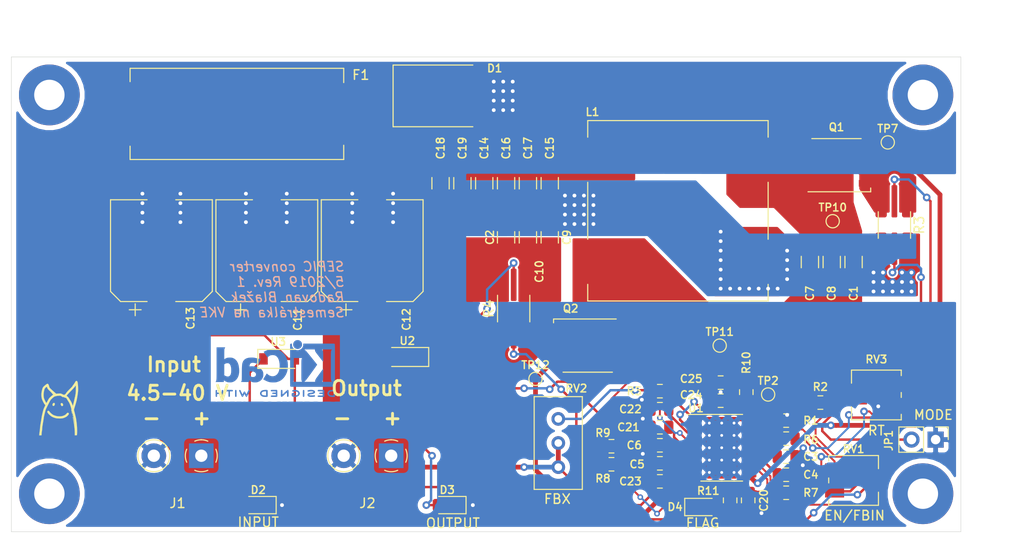
<source format=kicad_pcb>
(kicad_pcb (version 20190331) (host pcbnew "(5.1.0-386-g9f189ca71)")
  (layers (0 "F.Cu" signal) (31 "B.Cu" signal) (34 "B.Paste" user) (35 "F.Paste" user) (36 "B.SilkS" user) (37 "F.SilkS" user) (38 "B.Mask" user) (39 "F.Mask" user) (44 "Edge.Cuts" user))
  (net 0 "")
  (net 1 "Net-(C1-Pad2)")
  (net 2 "Net-(C1-Pad1)")
  (net 3 "Net-(Q2-Pad4)")
  (net 4 "Net-(Q2-Pad1)")
  (net 5 "GND")
  (net 6 "/SEPIC_in")
  (net 7 "/SEPIC_out")
  (net 8 "Net-(Q1-Pad4)")
  (net 9 "Net-(Q1-Pad1)")
  (net 10 "Net-(R1-Pad1)")
  (net 11 "Net-(R5-Pad2)")
  (net 12 "Net-(R5-Pad1)")
  (net 13 "Net-(F1-Pad2)")
  (net 14 "Net-(C3-Pad1)")
  (net 15 "Net-(C4-Pad2)")
  (net 16 "Net-(C5-Pad1)")
  (net 17 "Net-(C6-Pad2)")
  (net 18 "Net-(D2-Pad2)")
  (net 19 "+6V")
  (net 20 "Net-(C21-Pad1)")
  (net 21 "Net-(C22-Pad1)")
  (net 22 "Net-(C23-Pad1)")
  (net 23 "Net-(C24-Pad1)")
  (net 24 "Net-(C25-Pad1)")
  (net 25 "Net-(D3-Pad2)")
  (net 26 "Net-(D4-Pad2)")
  (net 27 "Net-(D4-Pad1)")
  (net 28 "Net-(JP1-Pad2)")
  (net 29 "Net-(RV3-Pad1)")
  (net 30 "Net-(TP2-Pad1)")
  (net 31 "Net-(H1-Pad1)")
  (net 32 "Net-(H2-Pad1)")
  (net 33 "Net-(H3-Pad1)")
  (net 34 "Net-(H4-Pad1)")
  (net 35 "Net-(R7-Pad1)")
  (net 36 "Net-(R6-Pad1)")
  (net 37 "Net-(R9-Pad1)")
  (net 38 "Net-(R8-Pad1)")
  (module "Moje:Fuseholder_Cylinder-5x20mm_Schurter_OGN-SMD_Horizontal_Open" (layer "F.Cu") (at 160.7 68 180)
    (fp_text reference "F1" (at -13.1 4.1) (layer "F.SilkS"))
    (fp_text value "20A HRC")
    (pad "2" smd roundrect (at 9 0 180) (size 6 6) (layers "F.Cu" "F.Paste" "F.Mask") (roundrect_rratio 0.067) (net 13 "Net-(F1-Pad2)"))
    (pad "1" smd roundrect (at -9 0 180) (size 6 6) (layers "F.Cu" "F.Paste" "F.Mask") (roundrect_rratio 0.033) (net 6 "/SEPIC_in"))
  )
  (module "Moje:TerminalBlock_PTR_P5.00mm_Horizontal" (layer "F.Cu") (at 177 104 180)
    (fp_text reference "J2" (at 2.5 -5) (layer "F.SilkS"))
    (fp_text value "Output" (at 2.6 7.1 180) (layer "F.SilkS") (effects (font (size 1.5 1.5) (thickness 0.3))))
    (pad "2" thru_hole circle (at 5 0 180) (size 2.6 2.6) (drill 1.3) (layers *.Cu *.Mask) (net 5 "GND"))
    (pad "1" thru_hole rect (at 0 0 180) (size 2.6 2.6) (drill 1.3) (layers *.Cu *.Mask) (net 7 "/SEPIC_out"))
  )
  (module "Moje:TerminalBlock_PTR_P5.00mm_Horizontal" (layer "F.Cu") (at 157 104 180)
    (fp_text reference "J1" (at 2.5 -5) (layer "F.SilkS"))
    (fp_text value "Input" (at 2.9 9.6 180) (layer "F.SilkS") (effects (font (size 1.5 1.5) (thickness 0.3))))
    (pad "2" thru_hole circle (at 5 0 180) (size 2.6 2.6) (drill 1.3) (layers *.Cu *.Mask) (net 5 "GND"))
    (pad "1" thru_hole rect (at 0 0 180) (size 2.6 2.6) (drill 1.3) (layers *.Cu *.Mask) (net 13 "Net-(F1-Pad2)"))
  )
  (module "Moje:R_2512_6332Metric" (layer "F.Cu") (at 189.9 88.5 90)
    (fp_text reference "R4" (at 0 -2.62 90) (layer "F.SilkS"))
    (fp_text value "1m")
    (pad "4" smd roundrect (at 2.5 1.4 90) (size 3.4 1.2) (layers "F.Cu" "F.Paste" "F.Mask") (roundrect_rratio 0.185) (net 7 "/SEPIC_out"))
    (pad "1" smd roundrect (at -2.5 1.4 90) (size 3.4 1.2) (layers "F.Cu" "F.Paste" "F.Mask") (roundrect_rratio 0.185) (net 4 "Net-(Q2-Pad1)"))
    (pad "3" smd roundrect (at 2.5 0 90) (size 3.4 0.6) (layers "F.Cu" "F.Paste" "F.Mask") (roundrect_rratio 0.185) (net 37 "Net-(R9-Pad1)"))
    (pad "2" smd roundrect (at -2.5 0 90) (size 3.4 0.6) (layers "F.Cu" "F.Paste" "F.Mask") (roundrect_rratio 0.185) (net 38 "Net-(R8-Pad1)"))
    (pad "4" smd roundrect (at 2.5 -1.4 90) (size 3.4 1.2) (layers "F.Cu" "F.Paste" "F.Mask") (roundrect_rratio 0.185) (net 7 "/SEPIC_out"))
    (pad "1" smd roundrect (at -2.5 -1.4 90) (size 3.4 1.2) (layers "F.Cu" "F.Paste" "F.Mask") (roundrect_rratio 0.185) (net 4 "Net-(Q2-Pad1)"))
  )
  (module "Moje:R_2512_6332Metric" (layer "F.Cu") (at 230 79.7 270)
    (fp_text reference "R3" (at 0 -2.62 90) (layer "F.SilkS"))
    (fp_text value "1m")
    (pad "4" smd roundrect (at 2.5 1.4 270) (size 3.4 1.2) (layers "F.Cu" "F.Paste" "F.Mask") (roundrect_rratio 0.185) (net 5 "GND"))
    (pad "1" smd roundrect (at -2.5 1.4 270) (size 3.4 1.2) (layers "F.Cu" "F.Paste" "F.Mask") (roundrect_rratio 0.185) (net 9 "Net-(Q1-Pad1)"))
    (pad "3" smd roundrect (at 2.5 0 270) (size 3.4 0.6) (layers "F.Cu" "F.Paste" "F.Mask") (roundrect_rratio 0.185) (net 35 "Net-(R7-Pad1)"))
    (pad "2" smd roundrect (at -2.5 0 270) (size 3.4 0.6) (layers "F.Cu" "F.Paste" "F.Mask") (roundrect_rratio 0.185) (net 36 "Net-(R6-Pad1)"))
    (pad "4" smd roundrect (at 2.5 -1.4 270) (size 3.4 1.2) (layers "F.Cu" "F.Paste" "F.Mask") (roundrect_rratio 0.185) (net 5 "GND"))
    (pad "1" smd roundrect (at -2.5 -1.4 270) (size 3.4 1.2) (layers "F.Cu" "F.Paste" "F.Mask") (roundrect_rratio 0.185) (net 9 "Net-(Q1-Pad1)"))
  )
  (module "Moje:moje_logo" (layer "F.Cu") (at 142 99)
    (fp_text reference "G***" hide)
    (fp_text value "LOGO" hide)
  )
  (module "MountingHole:MountingHole_3.2mm_M3_Pad" (layer "F.Cu") (at 141 108)
    (fp_text reference "H4" hide)
    (fp_text value "MountingHole_Pad")
    (pad "1" thru_hole circle (at 0 0) (size 6.4 6.4) (drill 3.2) (layers *.Cu *.Mask) (net 34 "Net-(H4-Pad1)"))
  )
  (module "MountingHole:MountingHole_3.2mm_M3_Pad" (layer "F.Cu") (at 233 66)
    (fp_text reference "H3" hide)
    (fp_text value "MountingHole_Pad")
    (pad "1" thru_hole circle (at 0 0) (size 6.4 6.4) (drill 3.2) (layers *.Cu *.Mask) (net 33 "Net-(H3-Pad1)"))
  )
  (module "MountingHole:MountingHole_3.2mm_M3_Pad" (layer "F.Cu") (at 233 108)
    (fp_text reference "H2" hide)
    (fp_text value "MountingHole_Pad")
    (pad "1" thru_hole circle (at 0 0) (size 6.4 6.4) (drill 3.2) (layers *.Cu *.Mask) (net 32 "Net-(H2-Pad1)"))
  )
  (module "MountingHole:MountingHole_3.2mm_M3_Pad" (layer "F.Cu") (at 141 66)
    (fp_text reference "H1" hide)
    (fp_text value "MountingHole_Pad")
    (pad "1" thru_hole circle (at 0 0) (size 6.4 6.4) (drill 3.2) (layers *.Cu *.Mask) (net 31 "Net-(H1-Pad1)"))
  )
  (module "TestPoint:TestPoint_Pad_D1.0mm" (layer "F.Cu") (at 192.2 95.9)
    (fp_text reference "TP12" (at 0 -1.448) (layer "F.SilkS") (effects (font (size 0.8128 0.8128) (thickness 0.1524))))
    (fp_text value "TEST_POINT")
    (pad "1" smd circle (at 0 0) (size 1 1) (layers "F.Cu" "F.Mask") (net 3 "Net-(Q2-Pad4)"))
  )
  (module "TestPoint:TestPoint_Pad_D1.0mm" (layer "F.Cu") (at 211.6 92.4)
    (fp_text reference "TP11" (at 0 -1.448) (layer "F.SilkS") (effects (font (size 0.8128 0.8128) (thickness 0.1524))))
    (fp_text value "TEST_POINT")
    (pad "1" smd circle (at 0 0) (size 1 1) (layers "F.Cu" "F.Mask") (net 2 "Net-(C1-Pad1)"))
  )
  (module "TestPoint:TestPoint_Pad_D1.0mm" (layer "F.Cu") (at 223.5 79.3)
    (fp_text reference "TP10" (at 0 -1.448) (layer "F.SilkS") (effects (font (size 0.8128 0.8128) (thickness 0.1524))))
    (fp_text value "TEST_POINT")
    (pad "1" smd circle (at 0 0) (size 1 1) (layers "F.Cu" "F.Mask") (net 1 "Net-(C1-Pad2)"))
  )
  (module "TestPoint:TestPoint_Pad_D1.0mm" (layer "F.Cu") (at 229.3 71)
    (fp_text reference "TP7" (at 0 -1.448) (layer "F.SilkS") (effects (font (size 0.8128 0.8128) (thickness 0.1524))))
    (fp_text value "TEST_POINT")
    (pad "1" smd circle (at 0 0) (size 1 1) (layers "F.Cu" "F.Mask") (net 8 "Net-(Q1-Pad4)"))
  )
  (module "TestPoint:TestPoint_Pad_D1.0mm" (layer "F.Cu") (at 216.7 97.55)
    (fp_text reference "TP2" (at 0 -1.448) (layer "F.SilkS") (effects (font (size 0.8128 0.8128) (thickness 0.1524))))
    (fp_text value "TEST_POINT")
    (pad "1" smd circle (at 0 0) (size 1 1) (layers "F.Cu" "F.Mask") (net 30 "Net-(TP2-Pad1)"))
  )
  (module "Potentiometer_SMD:Potentiometer_Vishay_TS53YJ_Vertical" (layer "F.Cu") (at 228.1 97.6)
    (fp_text reference "RV3" (at 0 -3.75) (layer "F.SilkS") (effects (font (size 0.8128 0.8128) (thickness 0.1524))))
    (fp_text value "RT" (at 0 3.75) (layer "F.SilkS"))
    (pad "3" smd rect (at 2 1.15) (size 2 1.3) (layers "F.Cu" "F.Paste" "F.Mask") (net 5 "GND"))
    (pad "2" smd rect (at -2 0) (size 2 2) (layers "F.Cu" "F.Paste" "F.Mask") (net 29 "Net-(RV3-Pad1)"))
    (pad "1" smd rect (at 2 -1.15) (size 2 1.3) (layers "F.Cu" "F.Paste" "F.Mask") (net 29 "Net-(RV3-Pad1)"))
  )
  (module "Potentiometer_THT:Potentiometer_Bourns_3296W_Vertical" (layer "F.Cu") (at 194.6 105.2 270)
    (fp_text reference "RV2" (at -8.29 -1.9 180) (layer "F.SilkS") (effects (font (size 0.8128 0.8128) (thickness 0.1524))))
    (fp_text value "FBX" (at 3.36 0.1 180) (layer "F.SilkS"))
    (pad "3" thru_hole circle (at -5.08 0 270) (size 1.44 1.44) (drill 0.8) (layers *.Cu *.Mask) (net 12 "Net-(R5-Pad1)"))
    (pad "2" thru_hole circle (at -2.54 0 270) (size 1.44 1.44) (drill 0.8) (layers *.Cu *.Mask) (net 7 "/SEPIC_out"))
    (pad "1" thru_hole circle (at 0 0 270) (size 1.44 1.44) (drill 0.8) (layers *.Cu *.Mask) (net 7 "/SEPIC_out"))
  )
  (module "Potentiometer_SMD:Potentiometer_Vishay_TS53YJ_Vertical" (layer "F.Cu") (at 225.7 106.6 180)
    (fp_text reference "RV1" (at 0 3.3) (layer "F.SilkS") (effects (font (size 0.8128 0.8128) (thickness 0.1524))))
    (fp_text value "EN/FBIN" (at -0.1 -3.7) (layer "F.SilkS"))
    (pad "3" smd rect (at 2 1.15 180) (size 2 1.3) (layers "F.Cu" "F.Paste" "F.Mask") (net 10 "Net-(R1-Pad1)"))
    (pad "2" smd rect (at -2 0 180) (size 2 2) (layers "F.Cu" "F.Paste" "F.Mask") (net 6 "/SEPIC_in"))
    (pad "1" smd rect (at 2 -1.15 180) (size 2 1.3) (layers "F.Cu" "F.Paste" "F.Mask") (net 6 "/SEPIC_in"))
  )
  (module "Resistor_SMD:R_0805_2012Metric" (layer "F.Cu") (at 212.7 108.7 270)
    (fp_text reference "R11" (at -1 2.3 180) (layer "F.SilkS") (effects (font (size 0.8128 0.8128) (thickness 0.1524))))
    (fp_text value "3.6k")
    (pad "2" smd roundrect (at 0.9375 0 270) (size 0.975 1.4) (layers "F.Cu" "F.Paste" "F.Mask") (net 26 "Net-(D4-Pad2)"))
    (pad "1" smd roundrect (at -0.9375 0 270) (size 0.975 1.4) (layers "F.Cu" "F.Paste" "F.Mask") (net 19 "+6V"))
  )
  (module "Resistor_SMD:R_0805_2012Metric" (layer "F.Cu") (at 214.4 97.3 270)
    (fp_text reference "R10" (at -3.1 0 90) (layer "F.SilkS") (effects (font (size 0.8128 0.8128) (thickness 0.1524))))
    (fp_text value "8.87k")
    (pad "2" smd roundrect (at 0.9375 0 270) (size 0.975 1.4) (layers "F.Cu" "F.Paste" "F.Mask") (net 23 "Net-(C24-Pad1)"))
    (pad "1" smd roundrect (at -0.9375 0 270) (size 0.975 1.4) (layers "F.Cu" "F.Paste" "F.Mask") (net 24 "Net-(C25-Pad1)"))
  )
  (module "Resistor_SMD:R_0805_2012Metric" (layer "F.Cu") (at 222.2 98.4)
    (fp_text reference "R2" (at 0 -1.65) (layer "F.SilkS") (effects (font (size 0.8128 0.8128) (thickness 0.1524))))
    (fp_text value "100k")
    (pad "2" smd roundrect (at 0.9375 0) (size 0.975 1.4) (layers "F.Cu" "F.Paste" "F.Mask") (net 19 "+6V"))
    (pad "1" smd roundrect (at -0.9375 0) (size 0.975 1.4) (layers "F.Cu" "F.Paste" "F.Mask") (net 28 "Net-(JP1-Pad2)"))
  )
  (module "Connector_PinHeader_2.54mm:PinHeader_1x02_P2.54mm_Vertical" (layer "F.Cu") (at 234.34 102.3 270)
    (fp_text reference "JP1" (at 0.1 4.94 270) (layer "F.SilkS") (effects (font (size 0.8128 0.8128) (thickness 0.1524))))
    (fp_text value "MODE" (at -2.6 0.24) (layer "F.SilkS"))
    (pad "2" thru_hole oval (at 0 2.54 270) (size 1.7 1.7) (drill 1) (layers *.Cu *.Mask) (net 28 "Net-(JP1-Pad2)"))
    (pad "1" thru_hole rect (at 0 0 270) (size 1.7 1.7) (drill 1) (layers *.Cu *.Mask) (net 5 "GND"))
  )
  (module "LED_SMD:LED_0805_2012Metric_Castellated" (layer "F.Cu") (at 209.8 109.4)
    (fp_text reference "D4" (at -2.9 0) (layer "F.SilkS") (effects (font (size 0.8128 0.8128) (thickness 0.1524))))
    (fp_text value "FLAG" (at 0 1.7) (layer "F.SilkS"))
    (pad "2" smd roundrect (at 0.9625 0) (size 1.325 1.3) (layers "F.Cu" "F.Paste" "F.Mask") (roundrect_rratio 0.192308) (net 26 "Net-(D4-Pad2)"))
    (pad "1" smd roundrect (at -0.9625 0) (size 1.325 1.3) (layers "F.Cu" "F.Paste" "F.Mask") (roundrect_rratio 0.192308) (net 27 "Net-(D4-Pad1)"))
  )
  (module "Capacitor_SMD:C_0805_2012Metric" (layer "F.Cu") (at 211.7 96.3 180)
    (fp_text reference "C25" (at 3.1 0.4) (layer "F.SilkS") (effects (font (size 0.8128 0.8128) (thickness 0.1524))))
    (fp_text value "6.8nF")
    (pad "2" smd roundrect (at 0.9375 0 180) (size 0.975 1.4) (layers "F.Cu" "F.Paste" "F.Mask") (net 5 "GND"))
    (pad "1" smd roundrect (at -0.9375 0 180) (size 0.975 1.4) (layers "F.Cu" "F.Paste" "F.Mask") (net 24 "Net-(C25-Pad1)"))
  )
  (module "Capacitor_SMD:C_0805_2012Metric" (layer "F.Cu") (at 211.7 98.2 180)
    (fp_text reference "C24" (at 3.1 0.6) (layer "F.SilkS") (effects (font (size 0.8128 0.8128) (thickness 0.1524))))
    (fp_text value "100pF")
    (pad "2" smd roundrect (at 0.9375 0 180) (size 0.975 1.4) (layers "F.Cu" "F.Paste" "F.Mask") (net 5 "GND"))
    (pad "1" smd roundrect (at -0.9375 0 180) (size 0.975 1.4) (layers "F.Cu" "F.Paste" "F.Mask") (net 23 "Net-(C24-Pad1)"))
  )
  (module "Capacitor_SMD:C_0805_2012Metric" (layer "F.Cu") (at 205.3 106.7 180)
    (fp_text reference "C23" (at 3.1 0) (layer "F.SilkS") (effects (font (size 0.8128 0.8128) (thickness 0.1524))))
    (fp_text value "10uF")
    (pad "2" smd roundrect (at 0.9375 0 180) (size 0.975 1.4) (layers "F.Cu" "F.Paste" "F.Mask") (net 7 "/SEPIC_out"))
    (pad "1" smd roundrect (at -0.9375 0 180) (size 0.975 1.4) (layers "F.Cu" "F.Paste" "F.Mask") (net 22 "Net-(C23-Pad1)"))
  )
  (module "Capacitor_SMD:C_0805_2012Metric" (layer "F.Cu") (at 205.3 99.1 180)
    (fp_text reference "C22" (at 3.1 0) (layer "F.SilkS") (effects (font (size 0.8128 0.8128) (thickness 0.1524))))
    (fp_text value "220nF")
    (pad "2" smd roundrect (at 0.9375 0 180) (size 0.975 1.4) (layers "F.Cu" "F.Paste" "F.Mask") (net 5 "GND"))
    (pad "1" smd roundrect (at -0.9375 0 180) (size 0.975 1.4) (layers "F.Cu" "F.Paste" "F.Mask") (net 21 "Net-(C22-Pad1)"))
  )
  (module "Capacitor_SMD:C_0805_2012Metric" (layer "F.Cu") (at 205.3 101 180)
    (fp_text reference "C21" (at 3.3 0) (layer "F.SilkS") (effects (font (size 0.8128 0.8128) (thickness 0.1524))))
    (fp_text value "47nF")
    (pad "2" smd roundrect (at 0.9375 0 180) (size 0.975 1.4) (layers "F.Cu" "F.Paste" "F.Mask") (net 5 "GND"))
    (pad "1" smd roundrect (at -0.9375 0 180) (size 0.975 1.4) (layers "F.Cu" "F.Paste" "F.Mask") (net 20 "Net-(C21-Pad1)"))
  )
  (module "Capacitor_SMD:C_0805_2012Metric" (layer "F.Cu") (at 214.6 108.7 270)
    (fp_text reference "C20" (at 0 -1.65 90) (layer "F.SilkS") (effects (font (size 0.8128 0.8128) (thickness 0.1524))))
    (fp_text value "10uF")
    (pad "2" smd roundrect (at 0.9375 0 270) (size 0.975 1.4) (layers "F.Cu" "F.Paste" "F.Mask") (net 5 "GND"))
    (pad "1" smd roundrect (at -0.9375 0 270) (size 0.975 1.4) (layers "F.Cu" "F.Paste" "F.Mask") (net 19 "+6V"))
  )
  (module "Symbol:KiCad-Logo2_5mm_Copper" (layer "B.Cu") (at 164.8 94.8 180)
    (fp_text reference "REF**" hide)
    (fp_text value "KiCad-Logo2_5mm_Copper" hide)
    (fp_poly (pts (xy 6.228823 -2.274533) (xy 6.260202 -2.296776) (xy 6.287911 -2.324485) (xy 6.287911 -2.63392) (xy 6.287838 -2.725799) (xy 6.287495 -2.79784) (xy 6.286692 -2.85278) (xy 6.285241 -2.89336) (xy 6.282952 -2.922317) (xy 6.279636 -2.942391) (xy 6.275105 -2.956321) (xy 6.269169 -2.966845) (xy 6.264514 -2.9731) (xy 6.233783 -2.997673) (xy 6.198496 -3.000341) (xy 6.166245 -2.985271) (xy 6.155588 -2.976374) (xy 6.148464 -2.964557) (xy 6.144167 -2.945526) (xy 6.141991 -2.914992) (xy 6.141228 -2.868662) (xy 6.141155 -2.832871) (xy 6.141155 -2.698045) (xy 5.644444 -2.698045) (xy 5.644444 -2.8207) (xy 5.643931 -2.876787) (xy 5.641876 -2.915333) (xy 5.637508 -2.941361) (xy 5.630056 -2.959897) (xy 5.621047 -2.9731) (xy 5.590144 -2.997604) (xy 5.555196 -3.000506) (xy 5.521738 -2.983089) (xy 5.512604 -2.973959) (xy 5.506152 -2.961855) (xy 5.501897 -2.943001) (xy 5.499352 -2.91362) (xy 5.498029 -2.869937) (xy 5.497443 -2.808175) (xy 5.497375 -2.794) (xy 5.496891 -2.677631) (xy 5.496641 -2.581727) (xy 5.496723 -2.504177) (xy 5.497231 -2.442869) (xy 5.498262 -2.39569) (xy 5.499913 -2.36053) (xy 5.502279 -2.335276) (xy 5.505457 -2.317817) (xy 5.509544 -2.306041) (xy 5.514634 -2.297835) (xy 5.520266 -2.291645) (xy 5.552128 -2.271844) (xy 5.585357 -2.274533) (xy 5.616735 -2.296776) (xy 5.629433 -2.311126) (xy 5.637526 -2.326978) (xy 5.642042 -2.349554) (xy 5.644006 -2.384078) (xy 5.644444 -2.435776) (xy 5.644444 -2.551289) (xy 6.141155 -2.551289) (xy 6.141155 -2.432756) (xy 6.141662 -2.378148) (xy 6.143698 -2.341275) (xy 6.148035 -2.317307) (xy 6.155447 -2.301415) (xy 6.163733 -2.291645) (xy 6.195594 -2.271844) (xy 6.228823 -2.274533)) (layer "B.Cu") (width 0.01))
    (fp_poly (pts (xy 4.963065 -2.269163) (xy 5.041772 -2.269542) (xy 5.102863 -2.270333) (xy 5.148817 -2.27167) (xy 5.182114 -2.273683) (xy 5.205236 -2.276506) (xy 5.220662 -2.280269) (xy 5.230871 -2.285105) (xy 5.235813 -2.288822) (xy 5.261457 -2.321358) (xy 5.264559 -2.355138) (xy 5.248711 -2.385826) (xy 5.238348 -2.398089) (xy 5.227196 -2.40645) (xy 5.211035 -2.411657) (xy 5.185642 -2.414457) (xy 5.146798 -2.415596) (xy 5.09028 -2.415821) (xy 5.07918 -2.415822) (xy 4.933244 -2.415822) (xy 4.933244 -2.686756) (xy 4.933148 -2.772154) (xy 4.932711 -2.837864) (xy 4.931712 -2.886774) (xy 4.929928 -2.921773) (xy 4.927137 -2.945749) (xy 4.923117 -2.961593) (xy 4.917645 -2.972191) (xy 4.910666 -2.980267) (xy 4.877734 -3.000112) (xy 4.843354 -2.998548) (xy 4.812176 -2.975906) (xy 4.809886 -2.9731) (xy 4.802429 -2.962492) (xy 4.796747 -2.950081) (xy 4.792601 -2.93285) (xy 4.78975 -2.907784) (xy 4.787954 -2.871867) (xy 4.786972 -2.822083) (xy 4.786564 -2.755417) (xy 4.786489 -2.679589) (xy 4.786489 -2.415822) (xy 4.647127 -2.415822) (xy 4.587322 -2.415418) (xy 4.545918 -2.41384) (xy 4.518748 -2.410547) (xy 4.501646 -2.404992) (xy 4.490443 -2.396631) (xy 4.489083 -2.395178) (xy 4.472725 -2.361939) (xy 4.474172 -2.324362) (xy 4.492978 -2.291645) (xy 4.50025 -2.285298) (xy 4.509627 -2.280266) (xy 4.523609 -2.276396) (xy 4.544696 -2.273537) (xy 4.575389 -2.271535) (xy 4.618189 -2.270239) (xy 4.675595 -2.269498) (xy 4.75011 -2.269158) (xy 4.844233 -2.269068) (xy 4.86426 -2.269067) (xy 4.963065 -2.269163)) (layer "B.Cu") (width 0.01))
    (fp_poly (pts (xy 4.188614 -2.275877) (xy 4.212327 -2.290647) (xy 4.238978 -2.312227) (xy 4.238978 -2.633773) (xy 4.238893 -2.72783) (xy 4.238529 -2.801932) (xy 4.237724 -2.858704) (xy 4.236313 -2.900768) (xy 4.234133 -2.930748) (xy 4.231021 -2.951267) (xy 4.226814 -2.964949) (xy 4.221348 -2.974416) (xy 4.217472 -2.979082) (xy 4.186034 -2.999575) (xy 4.150233 -2.998739) (xy 4.118873 -2.981264) (xy 4.092222 -2.959684) (xy 4.092222 -2.312227) (xy 4.118873 -2.290647) (xy 4.144594 -2.274949) (xy 4.1656 -2.269067) (xy 4.188614 -2.275877)) (layer "B.Cu") (width 0.01))
    (fp_poly (pts (xy 3.744665 -2.271034) (xy 3.764255 -2.278035) (xy 3.76501 -2.278377) (xy 3.791613 -2.298678) (xy 3.80627 -2.319561) (xy 3.809138 -2.329352) (xy 3.808996 -2.342361) (xy 3.804961 -2.360895) (xy 3.796146 -2.387257) (xy 3.781669 -2.423752) (xy 3.760645 -2.472687) (xy 3.732188 -2.536365) (xy 3.695415 -2.617093) (xy 3.675175 -2.661216) (xy 3.638625 -2.739985) (xy 3.604315 -2.812423) (xy 3.573552 -2.87588) (xy 3.547648 -2.927708) (xy 3.52791 -2.965259) (xy 3.51565 -2.985884) (xy 3.513224 -2.988733) (xy 3.482183 -3.001302) (xy 3.447121 -2.999619) (xy 3.419 -2.984332) (xy 3.417854 -2.983089) (xy 3.406668 -2.966154) (xy 3.387904 -2.93317) (xy 3.363875 -2.88838) (xy 3.336897 -2.836032) (xy 3.327201 -2.816742) (xy 3.254014 -2.67015) (xy 3.17424 -2.829393) (xy 3.145767 -2.884415) (xy 3.11935 -2.932132) (xy 3.097148 -2.968893) (xy 3.081319 -2.991044) (xy 3.075954 -2.995741) (xy 3.034257 -3.002102) (xy 2.999849 -2.988733) (xy 2.989728 -2.974446) (xy 2.972214 -2.942692) (xy 2.948735 -2.896597) (xy 2.92072 -2.839285) (xy 2.889599 -2.77388) (xy 2.856799 -2.703507) (xy 2.82375 -2.631291) (xy 2.791881 -2.560355) (xy 2.762619 -2.493825) (xy 2.737395 -2.434826) (xy 2.717636 -2.386481) (xy 2.704772 -2.351915) (xy 2.700231 -2.334253) (xy 2.700277 -2.333613) (xy 2.711326 -2.311388) (xy 2.73341 -2.288753) (xy 2.73471 -2.287768) (xy 2.761853 -2.272425) (xy 2.786958 -2.272574) (xy 2.796368 -2.275466) (xy 2.807834 -2.281718) (xy 2.82001 -2.294014) (xy 2.834357 -2.314908) (xy 2.852336 -2.346949) (xy 2.875407 -2.392688) (xy 2.90503 -2.454677) (xy 2.931745 -2.511898) (xy 2.96248 -2.578226) (xy 2.990021 -2.637874) (xy 3.012938 -2.687725) (xy 3.029798 -2.724664) (xy 3.039173 -2.745573) (xy 3.04054 -2.748845) (xy 3.046689 -2.743497) (xy 3.060822 -2.721109) (xy 3.081057 -2.684946) (xy 3.105515 -2.638277) (xy 3.115248 -2.619022) (xy 3.148217 -2.554004) (xy 3.173643 -2.506654) (xy 3.193612 -2.474219) (xy 3.21021 -2.453946) (xy 3.225524 -2.443082) (xy 3.24164 -2.438875) (xy 3.252143 -2.4384) (xy 3.27067 -2.440042) (xy 3.286904 -2.446831) (xy 3.303035 -2.461566) (xy 3.321251 -2.487044) (xy 3.343739 -2.526061) (xy 3.372689 -2.581414) (xy 3.388662 -2.612903) (xy 3.41457 -2.663087) (xy 3.437167 -2.704704) (xy 3.454458 -2.734242) (xy 3.46445 -2.748189) (xy 3.465809 -2.74877) (xy 3.472261 -2.737793) (xy 3.486708 -2.70929) (xy 3.507703 -2.666244) (xy 3.533797 -2.611638) (xy 3.563546 -2.548454) (xy 3.57818 -2.517071) (xy 3.61625 -2.436078) (xy 3.646905 -2.373756) (xy 3.671737 -2.328071) (xy 3.692337 -2.296989) (xy 3.710298 -2.278478) (xy 3.72721 -2.270504) (xy 3.744665 -2.271034)) (layer "B.Cu") (width 0.01))
    (fp_poly (pts (xy 1.018309 -2.269275) (xy 1.147288 -2.273636) (xy 1.256991 -2.286861) (xy 1.349226 -2.309741) (xy 1.425802 -2.34307) (xy 1.488527 -2.387638) (xy 1.539212 -2.444236) (xy 1.579663 -2.513658) (xy 1.580459 -2.515351) (xy 1.604601 -2.577483) (xy 1.613203 -2.632509) (xy 1.606231 -2.687887) (xy 1.583654 -2.751073) (xy 1.579372 -2.760689) (xy 1.550172 -2.816966) (xy 1.517356 -2.860451) (xy 1.475002 -2.897417) (xy 1.41719 -2.934135) (xy 1.413831 -2.936052) (xy 1.363504 -2.960227) (xy 1.306621 -2.978282) (xy 1.239527 -2.990839) (xy 1.158565 -2.998522) (xy 1.060082 -3.001953) (xy 1.025286 -3.002251) (xy 0.859594 -3.002845) (xy 0.836197 -2.9731) (xy 0.829257 -2.963319) (xy 0.823842 -2.951897) (xy 0.819765 -2.936095) (xy 0.816837 -2.913175) (xy 0.814867 -2.880396) (xy 0.814225 -2.856089) (xy 0.970844 -2.856089) (xy 1.064726 -2.856089) (xy 1.119664 -2.854483) (xy 1.17606 -2.850255) (xy 1.222345 -2.844292) (xy 1.225139 -2.84379) (xy 1.307348 -2.821736) (xy 1.371114 -2.7886) (xy 1.418452 -2.742847) (xy 1.451382 -2.682939) (xy 1.457108 -2.667061) (xy 1.462721 -2.642333) (xy 1.460291 -2.617902) (xy 1.448467 -2.5854) (xy 1.44134 -2.569434) (xy 1.418 -2.527006) (xy 1.38988 -2.49724) (xy 1.35894 -2.476511) (xy 1.296966 -2.449537) (xy 1.217651 -2.429998) (xy 1.125253 -2.418746) (xy 1.058333 -2.41627) (xy 0.970844 -2.415822) (xy 0.970844 -2.856089) (xy 0.814225 -2.856089) (xy 0.813668 -2.835021) (xy 0.81305 -2.774311) (xy 0.812825 -2.695526) (xy 0.8128 -2.63392) (xy 0.8128 -2.324485) (xy 0.840509 -2.296776) (xy 0.852806 -2.285544) (xy 0.866103 -2.277853) (xy 0.884672 -2.27304) (xy 0.912786 -2.270446) (xy 0.954717 -2.26941) (xy 1.014737 -2.26927) (xy 1.018309 -2.269275)) (layer "B.Cu") (width 0.01))
    (fp_poly (pts (xy 0.230343 -2.26926) (xy 0.306701 -2.270174) (xy 0.365217 -2.272311) (xy 0.408255 -2.276175) (xy 0.438183 -2.282267) (xy 0.457368 -2.29109) (xy 0.468176 -2.303146) (xy 0.472973 -2.318939) (xy 0.474127 -2.33897) (xy 0.474133 -2.341335) (xy 0.473131 -2.363992) (xy 0.468396 -2.381503) (xy 0.457333 -2.394574) (xy 0.437348 -2.403913) (xy 0.405846 -2.410227) (xy 0.360232 -2.414222) (xy 0.297913 -2.416606) (xy 0.216293 -2.418086) (xy 0.191277 -2.418414) (xy -0.0508 -2.421467) (xy -0.054186 -2.486378) (xy -0.057571 -2.551289) (xy 0.110576 -2.551289) (xy 0.176266 -2.551531) (xy 0.223172 -2.552556) (xy 0.255083 -2.554811) (xy 0.275791 -2.558742) (xy 0.289084 -2.564798) (xy 0.298755 -2.573424) (xy 0.298817 -2.573493) (xy 0.316356 -2.607112) (xy 0.315722 -2.643448) (xy 0.297314 -2.674423) (xy 0.293671 -2.677607) (xy 0.280741 -2.685812) (xy 0.263024 -2.691521) (xy 0.23657 -2.695162) (xy 0.197432 -2.697167) (xy 0.141662 -2.697964) (xy 0.105994 -2.698045) (xy -0.056445 -2.698045) (xy -0.056445 -2.856089) (xy 0.190161 -2.856089) (xy 0.27158 -2.856231) (xy 0.33341 -2.856814) (xy 0.378637 -2.858068) (xy 0.410248 -2.860227) (xy 0.431231 -2.863523) (xy 0.444573 -2.868189) (xy 0.453261 -2.874457) (xy 0.45545 -2.876733) (xy 0.471614 -2.90828) (xy 0.472797 -2.944168) (xy 0.459536 -2.975285) (xy 0.449043 -2.985271) (xy 0.438129 -2.990769) (xy 0.421217 -2.995022) (xy 0.395633 -2.99818) (xy 0.358701 -3.000392) (xy 0.307746 -3.001806) (xy 0.240094 -3.002572) (xy 0.153069 -3.002838) (xy 0.133394 -3.002845) (xy 0.044911 -3.002787) (xy -0.023773 -3.002467) (xy -0.075436 -3.001667) (xy -0.112855 -3.000167) (xy -0.13881 -2.997749) (xy -0.156078 -2.994194) (xy -0.167438 -2.989282) (xy -0.175668 -2.982795) (xy -0.180183 -2.978138) (xy -0.186979 -2.969889) (xy -0.192288 -2.959669) (xy -0.196294 -2.9448) (xy -0.199179 -2.922602) (xy -0.201126 -2.890393) (xy -0.202319 -2.845496) (xy -0.202939 -2.785228) (xy -0.203171 -2.706911) (xy -0.2032 -2.640994) (xy -0.203129 -2.548628) (xy -0.202792 -2.476117) (xy -0.202002 -2.420737) (xy -0.200574 -2.379765) (xy -0.198321 -2.350478) (xy -0.195057 -2.330153) (xy -0.190596 -2.316066) (xy -0.184752 -2.305495) (xy -0.179803 -2.298811) (xy -0.156406 -2.269067) (xy 0.133774 -2.269067) (xy 0.230343 -2.26926)) (layer "B.Cu") (width 0.01))
    (fp_poly (pts (xy -1.300114 -2.273448) (xy -1.276548 -2.287273) (xy -1.245735 -2.309881) (xy -1.206078 -2.342338) (xy -1.15598 -2.385708) (xy -1.093843 -2.441058) (xy -1.018072 -2.509451) (xy -0.931334 -2.588084) (xy -0.750711 -2.751878) (xy -0.745067 -2.532029) (xy -0.743029 -2.456351) (xy -0.741063 -2.399994) (xy -0.738734 -2.359706) (xy -0.735606 -2.332235) (xy -0.731245 -2.314329) (xy -0.725216 -2.302737) (xy -0.717084 -2.294208) (xy -0.712772 -2.290623) (xy -0.678241 -2.27167) (xy -0.645383 -2.274441) (xy -0.619318 -2.290633) (xy -0.592667 -2.312199) (xy -0.589352 -2.627151) (xy -0.588435 -2.719779) (xy -0.587968 -2.792544) (xy -0.588113 -2.848161) (xy -0.589032 -2.889342) (xy -0.590887 -2.918803) (xy -0.593839 -2.939255) (xy -0.59805 -2.953413) (xy -0.603682 -2.963991) (xy -0.609927 -2.972474) (xy -0.623439 -2.988207) (xy -0.636883 -2.998636) (xy -0.652124 -3.002639) (xy -0.671026 -2.999094) (xy -0.695455 -2.986879) (xy -0.727273 -2.964871) (xy -0.768348 -2.931949) (xy -0.820542 -2.886991) (xy -0.885722 -2.828875) (xy -0.959556 -2.762099) (xy -1.224845 -2.521458) (xy -1.230489 -2.740589) (xy -1.232531 -2.816128) (xy -1.234502 -2.872354) (xy -1.236839 -2.912524) (xy -1.239981 -2.939896) (xy -1.244364 -2.957728) (xy -1.250424 -2.969279) (xy -1.2586 -2.977807) (xy -1.262784 -2.981282) (xy -1.299765 -3.000372) (xy -1.334708 -2.997493) (xy -1.365136 -2.9731) (xy -1.372097 -2.963286) (xy -1.377523 -2.951826) (xy -1.381603 -2.935968) (xy -1.384529 -2.912963) (xy -1.386492 -2.880062) (xy -1.387683 -2.834516) (xy -1.388292 -2.773573) (xy -1.388511 -2.694486) (xy -1.388534 -2.635956) (xy -1.38846 -2.544407) (xy -1.388113 -2.472687) (xy -1.387301 -2.418045) (xy -1.385833 -2.377732) (xy -1.383519 -2.348998) (xy -1.380167 -2.329093) (xy -1.375588 -2.315268) (xy -1.369589 -2.304772) (xy -1.365136 -2.298811) (xy -1.35385 -2.284691) (xy -1.343301 -2.274029) (xy -1.331893 -2.267892) (xy -1.31803 -2.267343) (xy -1.300114 -2.273448)) (layer "B.Cu") (width 0.01))
    (fp_poly (pts (xy -1.950081 -2.274599) (xy -1.881565 -2.286095) (xy -1.828943 -2.303967) (xy -1.794708 -2.327499) (xy -1.785379 -2.340924) (xy -1.775893 -2.372148) (xy -1.782277 -2.400395) (xy -1.80243 -2.427182) (xy -1.833745 -2.439713) (xy -1.879183 -2.438696) (xy -1.914326 -2.431906) (xy -1.992419 -2.418971) (xy -2.072226 -2.417742) (xy -2.161555 -2.428241) (xy -2.186229 -2.43269) (xy -2.269291 -2.456108) (xy -2.334273 -2.490945) (xy -2.380461 -2.536604) (xy -2.407145 -2.592494) (xy -2.412663 -2.621388) (xy -2.409051 -2.680012) (xy -2.385729 -2.731879) (xy -2.344824 -2.775978) (xy -2.288459 -2.811299) (xy -2.21876 -2.836829) (xy -2.137852 -2.851559) (xy -2.04786 -2.854478) (xy -1.95091 -2.844575) (xy -1.945436 -2.843641) (xy -1.906875 -2.836459) (xy -1.885494 -2.829521) (xy -1.876227 -2.819227) (xy -1.874006 -2.801976) (xy -1.873956 -2.792841) (xy -1.873956 -2.754489) (xy -1.942431 -2.754489) (xy -2.0029 -2.750347) (xy -2.044165 -2.737147) (xy -2.068175 -2.71373) (xy -2.076877 -2.678936) (xy -2.076983 -2.674394) (xy -2.071892 -2.644654) (xy -2.054433 -2.623419) (xy -2.021939 -2.609366) (xy -1.971743 -2.601173) (xy -1.923123 -2.598161) (xy -1.852456 -2.596433) (xy -1.801198 -2.59907) (xy -1.766239 -2.6088) (xy -1.74447 -2.628353) (xy -1.73278 -2.660456) (xy -1.72806 -2.707838) (xy -1.7272 -2.770071) (xy -1.728609 -2.839535) (xy -1.732848 -2.886786) (xy -1.739936 -2.912012) (xy -1.741311 -2.913988) (xy -1.780228 -2.945508) (xy -1.837286 -2.97047) (xy -1.908869 -2.98834) (xy -1.991358 -2.998586) (xy -2.081139 -3.000673) (xy -2.174592 -2.994068) (xy -2.229556 -2.985956) (xy -2.315766 -2.961554) (xy -2.395892 -2.921662) (xy -2.462977 -2.869887) (xy -2.473173 -2.859539) (xy -2.506302 -2.816035) (xy -2.536194 -2.762118) (xy -2.559357 -2.705592) (xy -2.572298 -2.654259) (xy -2.573858 -2.634544) (xy -2.567218 -2.593419) (xy -2.549568 -2.542252) (xy -2.524297 -2.488394) (xy -2.494789 -2.439195) (xy -2.468719 -2.406334) (xy -2.407765 -2.357452) (xy -2.328969 -2.318545) (xy -2.235157 -2.290494) (xy -2.12915 -2.274179) (xy -2.032 -2.270192) (xy -1.950081 -2.274599)) (layer "B.Cu") (width 0.01))
    (fp_poly (pts (xy -2.923822 -2.291645) (xy -2.917242 -2.299218) (xy -2.912079 -2.308987) (xy -2.908164 -2.323571) (xy -2.905324 -2.345585) (xy -2.903387 -2.377648) (xy -2.902183 -2.422375) (xy -2.901539 -2.482385) (xy -2.901284 -2.560294) (xy -2.901245 -2.635956) (xy -2.901314 -2.729802) (xy -2.901638 -2.803689) (xy -2.902386 -2.860232) (xy -2.903732 -2.902049) (xy -2.905846 -2.931757) (xy -2.9089 -2.951973) (xy -2.913066 -2.965314) (xy -2.918516 -2.974398) (xy -2.923822 -2.980267) (xy -2.956826 -2.999947) (xy -2.991991 -2.998181) (xy -3.023455 -2.976717) (xy -3.030684 -2.968337) (xy -3.036334 -2.958614) (xy -3.040599 -2.944861) (xy -3.043673 -2.924389) (xy -3.045752 -2.894512) (xy -3.04703 -2.852541) (xy -3.047701 -2.795789) (xy -3.047959 -2.721567) (xy -3.048 -2.637537) (xy -3.048 -2.324485) (xy -3.020291 -2.296776) (xy -2.986137 -2.273463) (xy -2.953006 -2.272623) (xy -2.923822 -2.291645)) (layer "B.Cu") (width 0.01))
    (fp_poly (pts (xy -3.691703 -2.270351) (xy -3.616888 -2.275581) (xy -3.547306 -2.28375) (xy -3.487002 -2.29455) (xy -3.44002 -2.307673) (xy -3.410406 -2.322813) (xy -3.40586 -2.327269) (xy -3.390054 -2.36185) (xy -3.394847 -2.397351) (xy -3.419364 -2.427725) (xy -3.420534 -2.428596) (xy -3.434954 -2.437954) (xy -3.450008 -2.442876) (xy -3.471005 -2.443473) (xy -3.503257 -2.439861) (xy -3.552073 -2.432154) (xy -3.556 -2.431505) (xy -3.628739 -2.422569) (xy -3.707217 -2.418161) (xy -3.785927 -2.418119) (xy -3.859361 -2.422279) (xy -3.922011 -2.430479) (xy -3.96837 -2.442557) (xy -3.971416 -2.443771) (xy -4.005048 -2.462615) (xy -4.016864 -2.481685) (xy -4.007614 -2.500439) (xy -3.978047 -2.518337) (xy -3.928911 -2.534837) (xy -3.860957 -2.549396) (xy -3.815645 -2.556406) (xy -3.721456 -2.569889) (xy -3.646544 -2.582214) (xy -3.587717 -2.594449) (xy -3.541785 -2.607661) (xy -3.505555 -2.622917) (xy -3.475838 -2.641285) (xy -3.449442 -2.663831) (xy -3.42823 -2.685971) (xy -3.403065 -2.716819) (xy -3.390681 -2.743345) (xy -3.386808 -2.776026) (xy -3.386667 -2.787995) (xy -3.389576 -2.827712) (xy -3.401202 -2.857259) (xy -3.421323 -2.883486) (xy -3.462216 -2.923576) (xy -3.507817 -2.954149) (xy -3.561513 -2.976203) (xy -3.626692 -2.990735) (xy -3.706744 -2.998741) (xy -3.805057 -3.001218) (xy -3.821289 -3.001177) (xy -3.886849 -2.999818) (xy -3.951866 -2.99673) (xy -4.009252 -2.992356) (xy -4.051922 -2.98714) (xy -4.055372 -2.986541) (xy -4.097796 -2.976491) (xy -4.13378 -2.963796) (xy -4.15415 -2.95219) (xy -4.173107 -2.921572) (xy -4.174427 -2.885918) (xy -4.158085 -2.854144) (xy -4.154429 -2.850551) (xy -4.139315 -2.839876) (xy -4.120415 -2.835276) (xy -4.091162 -2.836059) (xy -4.055651 -2.840127) (xy -4.01597 -2.843762) (xy -3.960345 -2.846828) (xy -3.895406 -2.849053) (xy -3.827785 -2.850164) (xy -3.81 -2.850237) (xy -3.742128 -2.849964) (xy -3.692454 -2.848646) (xy -3.65661 -2.845827) (xy -3.630224 -2.84105) (xy -3.608926 -2.833857) (xy -3.596126 -2.827867) (xy -3.568 -2.811233) (xy -3.550068 -2.796168) (xy -3.547447 -2.791897) (xy -3.552976 -2.774263) (xy -3.57926 -2.757192) (xy -3.624478 -2.741458) (xy -3.686808 -2.727838) (xy -3.705171 -2.724804) (xy -3.80109 -2.709738) (xy -3.877641 -2.697146) (xy -3.93778 -2.686111) (xy -3.98446 -2.67572) (xy -4.020637 -2.665056) (xy -4.049265 -2.653205) (xy -4.073298 -2.639251) (xy -4.095692 -2.622281) (xy -4.119402 -2.601378) (xy -4.12738 -2.594049) (xy -4.155353 -2.566699) (xy -4.17016 -2.545029) (xy -4.175952 -2.520232) (xy -4.176889 -2.488983) (xy -4.166575 -2.427705) (xy -4.135752 -2.37564) (xy -4.084595 -2.332958) (xy -4.013283 -2.299825) (xy -3.9624 -2.284964) (xy -3.9071 -2.275366) (xy -3.840853 -2.269936) (xy -3.767706 -2.268367) (xy -3.691703 -2.270351)) (layer "B.Cu") (width 0.01))
    (fp_poly (pts (xy -4.712794 -2.269146) (xy -4.643386 -2.269518) (xy -4.590997 -2.270385) (xy -4.552847 -2.271946) (xy -4.526159 -2.274403) (xy -4.508153 -2.277957) (xy -4.496049 -2.28281) (xy -4.487069 -2.289161) (xy -4.483818 -2.292084) (xy -4.464043 -2.323142) (xy -4.460482 -2.358828) (xy -4.473491 -2.39051) (xy -4.479506 -2.396913) (xy -4.489235 -2.403121) (xy -4.504901 -2.40791) (xy -4.529408 -2.411514) (xy -4.565661 -2.414164) (xy -4.616565 -2.416095) (xy -4.685026 -2.417539) (xy -4.747617 -2.418418) (xy -4.995334 -2.421467) (xy -4.998719 -2.486378) (xy -5.002105 -2.551289) (xy -4.833958 -2.551289) (xy -4.760959 -2.551919) (xy -4.707517 -2.554553) (xy -4.670628 -2.560309) (xy -4.647288 -2.570304) (xy -4.634494 -2.585656) (xy -4.629242 -2.607482) (xy -4.628445 -2.627738) (xy -4.630923 -2.652592) (xy -4.640277 -2.670906) (xy -4.659383 -2.683637) (xy -4.691118 -2.691741) (xy -4.738359 -2.696176) (xy -4.803983 -2.697899) (xy -4.839801 -2.698045) (xy -5.000978 -2.698045) (xy -5.000978 -2.856089) (xy -4.752622 -2.856089) (xy -4.671213 -2.856202) (xy -4.609342 -2.856712) (xy -4.563968 -2.85787) (xy -4.532054 -2.85993) (xy -4.510559 -2.863146) (xy -4.496443 -2.867772) (xy -4.486668 -2.874059) (xy -4.481689 -2.878667) (xy -4.46461 -2.90556) (xy -4.459111 -2.929467) (xy -4.466963 -2.958667) (xy -4.481689 -2.980267) (xy -4.489546 -2.987066) (xy -4.499688 -2.992346) (xy -4.514844 -2.996298) (xy -4.537741 -2.999113) (xy -4.571109 -3.000982) (xy -4.617675 -3.002098) (xy -4.680167 -3.002651) (xy -4.761314 -3.002833) (xy -4.803422 -3.002845) (xy -4.893598 -3.002765) (xy -4.963924 -3.002398) (xy -5.017129 -3.001552) (xy -5.05594 -3.000036) (xy -5.083087 -2.997659) (xy -5.101298 -2.994229) (xy -5.1133 -2.989554) (xy -5.121822 -2.983444) (xy -5.125156 -2.980267) (xy -5.131755 -2.97267) (xy -5.136927 -2.96287) (xy -5.140846 -2.948239) (xy -5.143684 -2.926152) (xy -5.145615 -2.893982) (xy -5.146812 -2.849103) (xy -5.147448 -2.788889) (xy -5.147697 -2.710713) (xy -5.147734 -2.637923) (xy -5.1477 -2.544707) (xy -5.147465 -2.471431) (xy -5.14683 -2.415458) (xy -5.145594 -2.374151) (xy -5.143556 -2.344872) (xy -5.140517 -2.324984) (xy -5.136277 -2.31185) (xy -5.130635 -2.302832) (xy -5.123391 -2.295293) (xy -5.121606 -2.293612) (xy -5.112945 -2.286172) (xy -5.102882 -2.280409) (xy -5.088625 -2.276112) (xy -5.067383 -2.273064) (xy -5.036364 -2.271051) (xy -4.992777 -2.26986) (xy -4.933831 -2.269275) (xy -4.856734 -2.269083) (xy -4.802001 -2.269067) (xy -4.712794 -2.269146)) (layer "B.Cu") (width 0.01))
    (fp_poly (pts (xy -6.121371 -2.269066) (xy -6.081889 -2.269467) (xy -5.9662 -2.272259) (xy -5.869311 -2.28055) (xy -5.787919 -2.295232) (xy -5.718723 -2.317193) (xy -5.65842 -2.347322) (xy -5.603708 -2.38651) (xy -5.584167 -2.403532) (xy -5.55175 -2.443363) (xy -5.52252 -2.497413) (xy -5.499991 -2.557323) (xy -5.487679 -2.614739) (xy -5.4864 -2.635956) (xy -5.494417 -2.694769) (xy -5.515899 -2.759013) (xy -5.546999 -2.819821) (xy -5.583866 -2.86833) (xy -5.589854 -2.874182) (xy -5.640579 -2.915321) (xy -5.696125 -2.947435) (xy -5.759696 -2.971365) (xy -5.834494 -2.987953) (xy -5.923722 -2.998041) (xy -6.030582 -3.002469) (xy -6.079528 -3.002845) (xy -6.141762 -3.002545) (xy -6.185528 -3.001292) (xy -6.214931 -2.998554) (xy -6.234079 -2.993801) (xy -6.247077 -2.986501) (xy -6.254045 -2.980267) (xy -6.260626 -2.972694) (xy -6.265788 -2.962924) (xy -6.269703 -2.94834) (xy -6.272543 -2.926326) (xy -6.27448 -2.894264) (xy -6.275684 -2.849536) (xy -6.276328 -2.789526) (xy -6.276583 -2.711617) (xy -6.276622 -2.635956) (xy -6.27687 -2.535041) (xy -6.276817 -2.454427) (xy -6.275857 -2.415822) (xy -6.129867 -2.415822) (xy -6.129867 -2.856089) (xy -6.036734 -2.856004) (xy -5.980693 -2.854396) (xy -5.921999 -2.850256) (xy -5.873028 -2.844464) (xy -5.871538 -2.844226) (xy -5.792392 -2.82509) (xy -5.731002 -2.795287) (xy -5.684305 -2.752878) (xy -5.654635 -2.706961) (xy -5.636353 -2.656026) (xy -5.637771 -2.6082) (xy -5.658988 -2.556933) (xy -5.700489 -2.503899) (xy -5.757998 -2.4646) (xy -5.83275 -2.438331) (xy -5.882708 -2.429035) (xy -5.939416 -2.422507) (xy -5.999519 -2.417782) (xy -6.050639 -2.415817) (xy -6.053667 -2.415808) (xy -6.129867 -2.415822) (xy -6.275857 -2.415822) (xy -6.27526 -2.391851) (xy -6.270998 -2.345055) (xy -6.26283 -2.311778) (xy -6.249556 -2.289759) (xy -6.229974 -2.276739) (xy -6.202883 -2.270457) (xy -6.167082 -2.268653) (xy -6.121371 -2.269066)) (layer "B.Cu") (width 0.01))
    (fp_poly (pts (xy -2.273043 2.973429) (xy -2.176768 2.949191) (xy -2.090184 2.906359) (xy -2.015373 2.846581) (xy -1.954418 2.771506) (xy -1.909399 2.68278) (xy -1.883136 2.58647) (xy -1.877286 2.489205) (xy -1.89214 2.395346) (xy -1.92584 2.307489) (xy -1.976528 2.22823) (xy -2.042345 2.160164) (xy -2.121434 2.105888) (xy -2.211934 2.067998) (xy -2.2632 2.055574) (xy -2.307698 2.048053) (xy -2.341999 2.045081) (xy -2.37496 2.046906) (xy -2.415434 2.053775) (xy -2.448531 2.06075) (xy -2.541947 2.092259) (xy -2.625619 2.143383) (xy -2.697665 2.212571) (xy -2.7562 2.298272) (xy -2.770148 2.325511) (xy -2.786586 2.361878) (xy -2.796894 2.392418) (xy -2.80246 2.42455) (xy -2.804669 2.465693) (xy -2.804948 2.511778) (xy -2.800861 2.596135) (xy -2.787446 2.665414) (xy -2.762256 2.726039) (xy -2.722846 2.784433) (xy -2.684298 2.828698) (xy -2.612406 2.894516) (xy -2.537313 2.939947) (xy -2.454562 2.96715) (xy -2.376928 2.977424) (xy -2.273043 2.973429)) (layer "B.Cu") (width 0.01))
    (fp_poly (pts (xy 6.186507 0.527755) (xy 6.186526 0.293338) (xy 6.186552 0.080397) (xy 6.186625 -0.112168) (xy 6.186782 -0.285459) (xy 6.187064 -0.440576) (xy 6.187509 -0.57862) (xy 6.188156 -0.700692) (xy 6.189045 -0.807894) (xy 6.190213 -0.901326) (xy 6.191701 -0.98209) (xy 6.193546 -1.051286) (xy 6.195789 -1.110015) (xy 6.198469 -1.159379) (xy 6.201623 -1.200478) (xy 6.205292 -1.234413) (xy 6.209513 -1.262286) (xy 6.214327 -1.285198) (xy 6.219773 -1.304249) (xy 6.225888 -1.32054) (xy 6.232712 -1.335173) (xy 6.240285 -1.349249) (xy 6.248645 -1.363868) (xy 6.253839 -1.372974) (xy 6.288104 -1.433689) (xy 5.429955 -1.433689) (xy 5.429955 -1.337733) (xy 5.429224 -1.29437) (xy 5.427272 -1.261205) (xy 5.424463 -1.243424) (xy 5.423221 -1.241778) (xy 5.411799 -1.248662) (xy 5.389084 -1.266505) (xy 5.366385 -1.285879) (xy 5.3118 -1.326614) (xy 5.242321 -1.367617) (xy 5.16527 -1.405123) (xy 5.087965 -1.435364) (xy 5.057113 -1.445012) (xy 4.988616 -1.459578) (xy 4.905764 -1.469539) (xy 4.816371 -1.474583) (xy 4.728248 -1.474396) (xy 4.649207 -1.468666) (xy 4.611511 -1.462858) (xy 4.473414 -1.424797) (xy 4.346113 -1.367073) (xy 4.230292 -1.290211) (xy 4.126637 -1.194739) (xy 4.035833 -1.081179) (xy 3.969031 -0.970381) (xy 3.914164 -0.853625) (xy 3.872163 -0.734276) (xy 3.842167 -0.608283) (xy 3.823311 -0.471594) (xy 3.814732 -0.320158) (xy 3.814006 -0.242711) (xy 3.8161 -0.185934) (xy 4.645217 -0.185934) (xy 4.645424 -0.279002) (xy 4.648337 -0.366692) (xy 4.654 -0.443772) (xy 4.662455 -0.505009) (xy 4.665038 -0.51735) (xy 4.69684 -0.624633) (xy 4.738498 -0.711658) (xy 4.790363 -0.778642) (xy 4.852781 -0.825805) (xy 4.9261 -0.853365) (xy 5.010669 -0.861541) (xy 5.106835 -0.850551) (xy 5.170311 -0.834829) (xy 5.219454 -0.816639) (xy 5.273583 -0.790791) (xy 5.314244 -0.767089) (xy 5.3848 -0.720721) (xy 5.3848 0.42947) (xy 5.317392 0.473038) (xy 5.238867 0.51396) (xy 5.154681 0.540611) (xy 5.069557 0.552535) (xy 4.988216 0.549278) (xy 4.91538 0.530385) (xy 4.883426 0.514816) (xy 4.825501 0.471819) (xy 4.776544 0.415047) (xy 4.73539 0.342425) (xy 4.700874 0.251879) (xy 4.671833 0.141334) (xy 4.670552 0.135467) (xy 4.660381 0.073212) (xy 4.652739 -0.004594) (xy 4.64767 -0.09272) (xy 4.645217 -0.185934) (xy 3.8161 -0.185934) (xy 3.821857 -0.029895) (xy 3.843802 0.165941) (xy 3.879786 0.344668) (xy 3.929759 0.506155) (xy 3.993668 0.650274) (xy 4.071462 0.776894) (xy 4.163089 0.885885) (xy 4.268497 0.977117) (xy 4.313662 1.008068) (xy 4.414611 1.064215) (xy 4.517901 1.103826) (xy 4.627989 1.127986) (xy 4.74933 1.137781) (xy 4.841836 1.136735) (xy 4.97149 1.125769) (xy 5.084084 1.103954) (xy 5.182875 1.070286) (xy 5.271121 1.023764) (xy 5.319986 0.989552) (xy 5.349353 0.967638) (xy 5.371043 0.952667) (xy 5.379253 0.948267) (xy 5.380868 0.959096) (xy 5.382159 0.989749) (xy 5.383138 1.037474) (xy 5.383817 1.099521) (xy 5.38421 1.173138) (xy 5.38433 1.255573) (xy 5.384188 1.344075) (xy 5.383797 1.435893) (xy 5.383171 1.528276) (xy 5.38232 1.618472) (xy 5.38126 1.703729) (xy 5.380001 1.781297) (xy 5.378556 1.848424) (xy 5.376938 1.902359) (xy 5.375161 1.94035) (xy 5.374669 1.947333) (xy 5.367092 2.017749) (xy 5.355531 2.072898) (xy 5.337792 2.120019) (xy 5.311682 2.166353) (xy 5.305415 2.175933) (xy 5.280983 2.212622) (xy 6.186311 2.212622) (xy 6.186507 0.527755)) (layer "B.Cu") (width 0.01))
    (fp_poly (pts (xy 2.673574 1.133448) (xy 2.825492 1.113433) (xy 2.960756 1.079798) (xy 3.080239 1.032275) (xy 3.184815 0.970595) (xy 3.262424 0.907035) (xy 3.331265 0.832901) (xy 3.385006 0.753129) (xy 3.42791 0.660909) (xy 3.443384 0.617839) (xy 3.456244 0.578858) (xy 3.467446 0.542711) (xy 3.47712 0.507566) (xy 3.485396 0.47159) (xy 3.492403 0.43295) (xy 3.498272 0.389815) (xy 3.503131 0.340351) (xy 3.50711 0.282727) (xy 3.51034 0.215109) (xy 3.512949 0.135666) (xy 3.515067 0.042564) (xy 3.516824 -0.066027) (xy 3.518349 -0.191942) (xy 3.519772 -0.337012) (xy 3.521025 -0.479778) (xy 3.522351 -0.635968) (xy 3.523556 -0.771239) (xy 3.524766 -0.887246) (xy 3.526106 -0.985645) (xy 3.5277 -1.068093) (xy 3.529675 -1.136246) (xy 3.532156 -1.19176) (xy 3.535269 -1.236292) (xy 3.539138 -1.271498) (xy 3.543889 -1.299034) (xy 3.549648 -1.320556) (xy 3.556539 -1.337722) (xy 3.564689 -1.352186) (xy 3.574223 -1.365606) (xy 3.585266 -1.379638) (xy 3.589566 -1.385071) (xy 3.605386 -1.40791) (xy 3.612422 -1.423463) (xy 3.612444 -1.423922) (xy 3.601567 -1.426121) (xy 3.570582 -1.428147) (xy 3.521957 -1.429942) (xy 3.458163 -1.431451) (xy 3.381669 -1.432616) (xy 3.294944 -1.43338) (xy 3.200457 -1.433686) (xy 3.18955 -1.433689) (xy 2.766657 -1.433689) (xy 2.763395 -1.337622) (xy 2.760133 -1.241556) (xy 2.698044 -1.292543) (xy 2.600714 -1.360057) (xy 2.490813 -1.414749) (xy 2.404349 -1.444978) (xy 2.335278 -1.459666) (xy 2.251925 -1.469659) (xy 2.162159 -1.474646) (xy 2.073845 -1.474313) (xy 1.994851 -1.468351) (xy 1.958622 -1.462638) (xy 1.818603 -1.424776) (xy 1.692178 -1.369932) (xy 1.58026 -1.298924) (xy 1.483762 -1.212568) (xy 1.4036 -1.111679) (xy 1.340687 -0.997076) (xy 1.296312 -0.870984) (xy 1.283978 -0.814401) (xy 1.276368 -0.752202) (xy 1.272739 -0.677363) (xy 1.272245 -0.643467) (xy 1.27231 -0.640282) (xy 2.032248 -0.640282) (xy 2.041541 -0.715333) (xy 2.069728 -0.77916) (xy 2.118197 -0.834798) (xy 2.123254 -0.839211) (xy 2.171548 -0.874037) (xy 2.223257 -0.89662) (xy 2.283989 -0.90854) (xy 2.359352 -0.911383) (xy 2.377459 -0.910978) (xy 2.431278 -0.908325) (xy 2.471308 -0.902909) (xy 2.506324 -0.892745) (xy 2.545103 -0.87585) (xy 2.555745 -0.870672) (xy 2.616396 -0.834844) (xy 2.663215 -0.792212) (xy 2.675952 -0.776973) (xy 2.720622 -0.720462) (xy 2.720622 -0.524586) (xy 2.720086 -0.445939) (xy 2.718396 -0.387988) (xy 2.715428 -0.348875) (xy 2.711057 -0.326741) (xy 2.706972 -0.320274) (xy 2.691047 -0.317111) (xy 2.657264 -0.314488) (xy 2.61034 -0.312655) (xy 2.554993 -0.311857) (xy 2.546106 -0.311842) (xy 2.42533 -0.317096) (xy 2.32266 -0.333263) (xy 2.236106 -0.360961) (xy 2.163681 -0.400808) (xy 2.108751 -0.447758) (xy 2.064204 -0.505645) (xy 2.03948 -0.568693) (xy 2.032248 -0.640282) (xy 1.27231 -0.640282) (xy 1.274178 -0.549712) (xy 1.282522 -0.470812) (xy 1.298768 -0.39959) (xy 1.324405 -0.328864) (xy 1.348401 -0.276493) (xy 1.40702 -0.181196) (xy 1.485117 -0.09317) (xy 1.580315 -0.014017) (xy 1.690238 0.05466) (xy 1.81251 0.111259) (xy 1.944755 0.154179) (xy 2.009422 0.169118) (xy 2.145604 0.191223) (xy 2.294049 0.205806) (xy 2.445505 0.212187) (xy 2.572064 0.210555) (xy 2.73395 0.203776) (xy 2.72653 0.262755) (xy 2.707238 0.361908) (xy 2.676104 0.442628) (xy 2.632269 0.505534) (xy 2.574871 0.551244) (xy 2.503048 0.580378) (xy 2.415941 0.593553) (xy 2.312686 0.591389) (xy 2.274711 0.587388) (xy 2.13352 0.56222) (xy 1.996707 0.521186) (xy 1.902178 0.483185) (xy 1.857018 0.46381) (xy 1.818585 0.44824) (xy 1.792234 0.438595) (xy 1.784546 0.436548) (xy 1.774802 0.445626) (xy 1.758083 0.474595) (xy 1.734232 0.523783) (xy 1.703093 0.593516) (xy 1.664507 0.684121) (xy 1.65791 0.699911) (xy 1.627853 0.772228) (xy 1.600874 0.837575) (xy 1.578136 0.893094) (xy 1.560806 0.935928) (xy 1.550048 0.963219) (xy 1.546941 0.972058) (xy 1.55694 0.976813) (xy 1.583217 0.98209) (xy 1.611489 0.985769) (xy 1.641646 0.990526) (xy 1.689433 0.999972) (xy 1.750612 1.01318) (xy 1.820946 1.029224) (xy 1.896194 1.04718) (xy 1.924755 1.054203) (xy 2.029816 1.079791) (xy 2.11748 1.099853) (xy 2.192068 1.115031) (xy 2.257903 1.125965) (xy 2.319307 1.133296) (xy 2.380602 1.137665) (xy 2.44611 1.139713) (xy 2.504128 1.140111) (xy 2.673574 1.133448)) (layer "B.Cu") (width 0.01))
    (fp_poly (pts (xy 0.328429 2.050929) (xy 0.48857 2.029755) (xy 0.65251 1.989615) (xy 0.822313 1.930111) (xy 1.000043 1.850846) (xy 1.01131 1.845301) (xy 1.069005 1.817275) (xy 1.120552 1.793198) (xy 1.162191 1.774751) (xy 1.190162 1.763614) (xy 1.199733 1.761067) (xy 1.21895 1.756059) (xy 1.223561 1.751853) (xy 1.218458 1.74142) (xy 1.202418 1.715132) (xy 1.177288 1.675743) (xy 1.144914 1.626009) (xy 1.107143 1.568685) (xy 1.065822 1.506524) (xy 1.022798 1.442282) (xy 0.979917 1.378715) (xy 0.939026 1.318575) (xy 0.901971 1.26462) (xy 0.8706 1.219603) (xy 0.846759 1.186279) (xy 0.832294 1.167403) (xy 0.830309 1.165213) (xy 0.820191 1.169862) (xy 0.79785 1.187038) (xy 0.76728 1.21356) (xy 0.751536 1.228036) (xy 0.655047 1.303318) (xy 0.548336 1.358759) (xy 0.432832 1.393859) (xy 0.309962 1.40812) (xy 0.240561 1.406949) (xy 0.119423 1.389788) (xy 0.010205 1.353906) (xy -0.087418 1.299041) (xy -0.173772 1.22493) (xy -0.249185 1.131312) (xy -0.313982 1.017924) (xy -0.351399 0.931333) (xy -0.395252 0.795634) (xy -0.427572 0.64815) (xy -0.448443 0.492686) (xy -0.457949 0.333044) (xy -0.456173 0.173027) (xy -0.443197 0.016439) (xy -0.419106 -0.132918) (xy -0.383982 -0.27124) (xy -0.337908 -0.394724) (xy -0.321627 -0.428978) (xy -0.25338 -0.543064) (xy -0.172921 -0.639557) (xy -0.08143 -0.71767) (xy 0.019911 -0.776617) (xy 0.12992 -0.815612) (xy 0.247415 -0.833868) (xy 0.288883 -0.835211) (xy 0.410441 -0.82429) (xy 0.530878 -0.791474) (xy 0.648666 -0.737439) (xy 0.762277 -0.662865) (xy 0.853685 -0.584539) (xy 0.900215 -0.540008) (xy 1.081483 -0.837271) (xy 1.12658 -0.911433) (xy 1.167819 -0.979646) (xy 1.203735 -1.039459) (xy 1.232866 -1.08842) (xy 1.25375 -1.124079) (xy 1.264924 -1.143984) (xy 1.266375 -1.147079) (xy 1.258146 -1.156718) (xy 1.232567 -1.173999) (xy 1.192873 -1.197283) (xy 1.142297 -1.224934) (xy 1.084074 -1.255315) (xy 1.021437 -1.28679) (xy 0.957621 -1.317722) (xy 0.89586 -1.346473) (xy 0.839388 -1.371408) (xy 0.791438 -1.390889) (xy 0.767986 -1.399318) (xy 0.634221 -1.437133) (xy 0.496327 -1.462136) (xy 0.348622 -1.47514) (xy 0.221833 -1.477468) (xy 0.153878 -1.476373) (xy 0.088277 -1.474275) (xy 0.030847 -1.471434) (xy -0.012597 -1.468106) (xy -0.026702 -1.466422) (xy -0.165716 -1.437587) (xy -0.307243 -1.392468) (xy -0.444725 -1.33375) (xy -0.571606 -1.26412) (xy -0.649111 -1.211441) (xy -0.776519 -1.103239) (xy -0.894822 -0.976671) (xy -1.001828 -0.834866) (xy -1.095348 -0.680951) (xy -1.17319 -0.518053) (xy -1.217044 -0.400756) (xy -1.267292 -0.217128) (xy -1.300791 -0.022581) (xy -1.317551 0.178675) (xy -1.317584 0.382432) (xy -1.300899 0.584479) (xy -1.267507 0.780608) (xy -1.21742 0.966609) (xy -1.213603 0.978197) (xy -1.150719 1.14025) (xy -1.073972 1.288168) (xy -0.980758 1.426135) (xy -0.868473 1.558339) (xy -0.824608 1.603601) (xy -0.688466 1.727543) (xy -0.548509 1.830085) (xy -0.402589 1.912344) (xy -0.248558 1.975436) (xy -0.084268 2.020477) (xy 0.011289 2.037967) (xy 0.170023 2.053534) (xy 0.328429 2.050929)) (layer "B.Cu") (width 0.01))
    (fp_poly (pts (xy -2.9464 2.510946) (xy -2.935535 2.397007) (xy -2.903918 2.289384) (xy -2.853015 2.190385) (xy -2.784293 2.102316) (xy -2.699219 2.027484) (xy -2.602232 1.969616) (xy -2.495964 1.929995) (xy -2.38895 1.911427) (xy -2.2833 1.912566) (xy -2.181125 1.93207) (xy -2.084534 1.968594) (xy -1.995638 2.020795) (xy -1.916546 2.087327) (xy -1.849369 2.166848) (xy -1.796217 2.258013) (xy -1.759199 2.359477) (xy -1.740427 2.469898) (xy -1.738489 2.519794) (xy -1.738489 2.607733) (xy -1.68656 2.607733) (xy -1.650253 2.604889) (xy -1.623355 2.593089) (xy -1.596249 2.569351) (xy -1.557867 2.530969) (xy -1.557867 0.339398) (xy -1.557876 0.077261) (xy -1.557908 -0.163241) (xy -1.557972 -0.383048) (xy -1.558076 -0.583101) (xy -1.558227 -0.764344) (xy -1.558434 -0.927716) (xy -1.558706 -1.07416) (xy -1.55905 -1.204617) (xy -1.559474 -1.320029) (xy -1.559987 -1.421338) (xy -1.560597 -1.509484) (xy -1.561312 -1.58541) (xy -1.56214 -1.650057) (xy -1.563089 -1.704367) (xy -1.564167 -1.74928) (xy -1.565383 -1.78574) (xy -1.566745 -1.814687) (xy -1.568261 -1.837063) (xy -1.569938 -1.853809) (xy -1.571786 -1.865868) (xy -1.573813 -1.87418) (xy -1.576025 -1.879687) (xy -1.577108 -1.881537) (xy -1.581271 -1.888549) (xy -1.584805 -1.894996) (xy -1.588635 -1.9009) (xy -1.593682 -1.906286) (xy -1.600871 -1.911178) (xy -1.611123 -1.915598) (xy -1.625364 -1.919572) (xy -1.644514 -1.923121) (xy -1.669499 -1.92627) (xy -1.70124 -1.929042) (xy -1.740662 -1.931461) (xy -1.788686 -1.933551) (xy -1.846237 -1.935335) (xy -1.914237 -1.936837) (xy -1.99361 -1.93808) (xy -2.085279 -1.939089) (xy -2.190166 -1.939885) (xy -2.309196 -1.940494) (xy -2.44329 -1.940939) (xy -2.593373 -1.941243) (xy -2.760367 -1.94143) (xy -2.945196 -1.941524) (xy -3.148783 -1.941548) (xy -3.37205 -1.941525) (xy -3.615922 -1.94148) (xy -3.881321 -1.941437) (xy -3.919704 -1.941432) (xy -4.186682 -1.941389) (xy -4.432002 -1.941318) (xy -4.656583 -1.941213) (xy -4.861345 -1.941066) (xy -5.047206 -1.940869) (xy -5.215088 -1.940616) (xy -5.365908 -1.9403) (xy -5.500587 -1.939913) (xy -5.620044 -1.939447) (xy -5.725199 -1.938897) (xy -5.816971 -1.938253) (xy -5.896279 -1.937511) (xy -5.964043 -1.936661) (xy -6.021182 -1.935697) (xy -6.068617 -1.934611) (xy -6.107266 -1.933397) (xy -6.138049 -1.932047) (xy -6.161885 -1.930555) (xy -6.179694 -1.928911) (xy -6.192395 -1.927111) (xy -6.200908 -1.925145) (xy -6.205266 -1.923477) (xy -6.213728 -1.919906) (xy -6.221497 -1.91727) (xy -6.228602 -1.914634) (xy -6.235073 -1.911062) (xy -6.240939 -1.905621) (xy -6.246229 -1.897375) (xy -6.250974 -1.88539) (xy -6.255202 -1.868731) (xy -6.258943 -1.846463) (xy -6.262227 -1.817652) (xy -6.265083 -1.781363) (xy -6.26754 -1.736661) (xy -6.269629 -1.682611) (xy -6.271378 -1.618279) (xy -6.272817 -1.54273) (xy -6.273976 -1.45503) (xy -6.274883 -1.354243) (xy -6.275569 -1.239434) (xy -6.276063 -1.10967) (xy -6.276395 -0.964015) (xy -6.276593 -0.801535) (xy -6.276687 -0.621295) (xy -6.276708 -0.42236) (xy -6.276685 -0.203796) (xy -6.276646 0.035332) (xy -6.276622 0.29596) (xy -6.276622 0.338111) (xy -6.276636 0.601008) (xy -6.276661 0.842268) (xy -6.276671 1.062835) (xy -6.276642 1.263648) (xy -6.276548 1.445651) (xy -6.276362 1.609784) (xy -6.276059 1.756989) (xy -6.275614 1.888208) (xy -6.275034 1.998133) (xy -5.972197 1.998133) (xy -5.932407 1.940289) (xy -5.921236 1.924521) (xy -5.911166 1.910559) (xy -5.902138 1.897216) (xy -5.894097 1.883307) (xy -5.886986 1.867644) (xy -5.880747 1.849042) (xy -5.875325 1.826314) (xy -5.870662 1.798273) (xy -5.866701 1.763733) (xy -5.863385 1.721508) (xy -5.860659 1.670411) (xy -5.858464 1.609256) (xy -5.856745 1.536856) (xy -5.855444 1.452025) (xy -5.854505 1.353578) (xy -5.85387 1.240326) (xy -5.853484 1.111084) (xy -5.853288 0.964666) (xy -5.853227 0.799884) (xy -5.853243 0.615553) (xy -5.85328 0.410487) (xy -5.853289 0.287867) (xy -5.853265 0.070918) (xy -5.853231 -0.124642) (xy -5.853243 -0.299999) (xy -5.853358 -0.456341) (xy -5.85363 -0.594857) (xy -5.854118 -0.716734) (xy -5.854876 -0.82316) (xy -5.855962 -0.915322) (xy -5.857431 -0.994409) (xy -5.85934 -1.061608) (xy -5.861744 -1.118107) (xy -5.864701 -1.165093) (xy -5.868266 -1.203755) (xy -5.872495 -1.23528) (xy -5.877446 -1.260855) (xy -5.883173 -1.28167) (xy -5.889733 -1.298911) (xy -5.897183 -1.313765) (xy -5.905579 -1.327422) (xy -5.914976 -1.341069) (xy -5.925432 -1.355893) (xy -5.931523 -1.364783) (xy -5.970296 -1.4224) (xy -5.438732 -1.4224) (xy -5.315483 -1.422365) (xy -5.212987 -1.422215) (xy -5.12942 -1.421878) (xy -5.062956 -1.421286) (xy -5.011771 -1.420367) (xy -4.974041 -1.419051) (xy -4.94794 -1.417269) (xy -4.931644 -1.414951) (xy -4.923328 -1.412026) (xy -4.921168 -1.408424) (xy -4.923339 -1.404075) (xy -4.924535 -1.402645) (xy -4.949685 -1.365573) (xy -4.975583 -1.312772) (xy -4.999192 -1.25077) (xy -5.007461 -1.224357) (xy -5.012078 -1.206416) (xy -5.015979 -1.185355) (xy -5.019248 -1.159089) (xy -5.021966 -1.125532) (xy -5.024215 -1.082599) (xy -5.026077 -1.028204) (xy -5.027636 -0.960262) (xy -5.028972 -0.876688) (xy -5.030169 -0.775395) (xy -5.031308 -0.6543) (xy -5.031685 -0.6096) (xy -5.032702 -0.484449) (xy -5.03346 -0.380082) (xy -5.033903 -0.294707) (xy -5.03397 -0.226533) (xy -5.033605 -0.173765) (xy -5.032748 -0.134614) (xy -5.031341 -0.107285) (xy -5.029325 -0.089986) (xy -5.026643 -0.080926) (xy -5.023236 -0.078312) (xy -5.019044 -0.080351) (xy -5.014571 -0.084667) (xy -5.004216 -0.097602) (xy -4.982158 -0.126676) (xy -4.949957 -0.169759) (xy -4.909174 -0.224718) (xy -4.86137 -0.289423) (xy -4.808105 -0.361742) (xy -4.75094 -0.439544) (xy -4.691437 -0.520698) (xy -4.631155 -0.603072) (xy -4.571655 -0.684536) (xy -4.514498 -0.762957) (xy -4.461245 -0.836204) (xy -4.413457 -0.902147) (xy -4.372693 -0.958654) (xy -4.340516 -1.003593) (xy -4.318485 -1.034834) (xy -4.313917 -1.041466) (xy -4.290996 -1.078369) (xy -4.264188 -1.126359) (xy -4.238789 -1.175897) (xy -4.235568 -1.182577) (xy -4.21389 -1.230772) (xy -4.201304 -1.268334) (xy -4.195574 -1.30416) (xy -4.194456 -1.3462) (xy -4.19509 -1.4224) (xy -3.040651 -1.4224) (xy -3.131815 -1.328669) (xy -3.178612 -1.278775) (xy -3.228899 -1.222295) (xy -3.274944 -1.168026) (xy -3.295369 -1.142673) (xy -3.325807 -1.103128) (xy -3.365862 -1.049916) (xy -3.414361 -0.984667) (xy -3.470135 -0.909011) (xy -3.532011 -0.824577) (xy -3.598819 -0.732994) (xy -3.669387 -0.635892) (xy -3.742545 -0.534901) (xy -3.817121 -0.43165) (xy -3.891944 -0.327768) (xy -3.965843 -0.224885) (xy -4.037646 -0.124631) (xy -4.106184 -0.028636) (xy -4.170284 0.061473) (xy -4.228775 0.144064) (xy -4.280486 0.217508) (xy -4.324247 0.280176) (xy -4.358885 0.330439) (xy -4.38323 0.366666) (xy -4.396111 0.387229) (xy -4.397869 0.391332) (xy -4.38991 0.402658) (xy -4.369115 0.429838) (xy -4.336847 0.471171) (xy -4.29447 0.524956) (xy -4.243347 0.589494) (xy -4.184841 0.663082) (xy -4.120314 0.744022) (xy -4.051131 0.830612) (xy -3.978653 0.921152) (xy -3.904246 1.01394) (xy -3.844517 1.088298) (xy -2.833511 1.088298) (xy -2.827602 1.075341) (xy -2.813272 1.053092) (xy -2.812225 1.051609) (xy -2.793438 1.021456) (xy -2.773791 0.984625) (xy -2.769892 0.976489) (xy -2.766356 0.96806) (xy -2.76323 0.957941) (xy -2.760486 0.94474) (xy -2.758092 0.927062) (xy -2.756019 0.903516) (xy -2.754235 0.872707) (xy -2.752712 0.833243) (xy -2.751419 0.783731) (xy -2.750326 0.722777) (xy -2.749403 0.648989) (xy -2.748619 0.560972) (xy -2.747945 0.457335) (xy -2.74735 0.336684) (xy -2.746805 0.197626) (xy -2.746279 0.038768) (xy -2.745745 -0.140089) (xy -2.745206 -0.325207) (xy -2.744772 -0.489145) (xy -2.744509 -0.633303) (xy -2.744484 -0.759079) (xy -2.744765 -0.867871) (xy -2.745419 -0.961077) (xy -2.746514 -1.040097) (xy -2.748118 -1.106328) (xy -2.750297 -1.16117) (xy -2.753119 -1.206021) (xy -2.756651 -1.242278) (xy -2.760961 -1.271341) (xy -2.766117 -1.294609) (xy -2.772185 -1.313479) (xy -2.779233 -1.329351) (xy -2.787329 -1.343622) (xy -2.79654 -1.357691) (xy -2.80504 -1.370158) (xy -2.822176 -1.396452) (xy -2.832322 -1.414037) (xy -2.833511 -1.417257) (xy -2.822604 -1.418334) (xy -2.791411 -1.419335) (xy -2.742223 -1.420235) (xy -2.677333 -1.42101) (xy -2.59903 -1.421637) (xy -2.509607 -1.422091) (xy -2.411356 -1.422349) (xy -2.342445 -1.4224) (xy -2.237452 -1.42218) (xy -2.14061 -1.421548) (xy -2.054107 -1.420549) (xy -1.980132 -1.419227) (xy -1.920874 -1.417626) (xy -1.87852 -1.415791) (xy -1.85526 -1.413765) (xy -1.851378 -1.412493) (xy -1.859076 -1.397591) (xy -1.867074 -1.38956) (xy -1.880246 -1.372434) (xy -1.897485 -1.342183) (xy -1.909407 -1.317622) (xy -1.936045 -1.258711) (xy -1.93912 -0.081845) (xy -1.942195 1.095022) (xy -2.387853 1.095022) (xy -2.48567 1.094858) (xy -2.576064 1.094389) (xy -2.65663 1.093653) (xy -2.724962 1.092684) (xy -2.778656 1.09152) (xy -2.815305 1.090197) (xy -2.832504 1.088751) (xy -2.833511 1.088298) (xy -3.844517 1.088298) (xy -3.82927 1.107278) (xy -3.75509 1.199463) (xy -3.683069 1.288796) (xy -3.614569 1.373576) (xy -3.550955 1.452102) (xy -3.493588 1.522674) (xy -3.443833 1.583591) (xy -3.403052 1.633153) (xy -3.385888 1.653822) (xy -3.299596 1.754484) (xy -3.222997 1.837741) (xy -3.154183 1.905562) (xy -3.091248 1.959911) (xy -3.081867 1.967278) (xy -3.042356 1.997883) (xy -4.174116 1.998133) (xy -4.168827 1.950156) (xy -4.17213 1.892812) (xy -4.193661 1.824537) (xy -4.233635 1.744788) (xy -4.278943 1.672505) (xy -4.295161 1.64986) (xy -4.323214 1.612304) (xy -4.36143 1.561979) (xy -4.408137 1.501027) (xy -4.461661 1.431589) (xy -4.520331 1.355806) (xy -4.582475 1.27582) (xy -4.646421 1.193772) (xy -4.710495 1.111804) (xy -4.773027 1.032057) (xy -4.832343 0.956673) (xy -4.886771 0.887793) (xy -4.934639 0.827558) (xy -4.974275 0.778111) (xy -5.004006 0.741592) (xy -5.022161 0.720142) (xy -5.02522 0.716844) (xy -5.028079 0.724851) (xy -5.030293 0.755145) (xy -5.031857 0.807444) (xy -5.032767 0.881469) (xy -5.03302 0.976937) (xy -5.032613 1.093566) (xy -5.031704 1.213555) (xy -5.030382 1.345667) (xy -5.028857 1.457406) (xy -5.026881 1.550975) (xy -5.024206 1.628581) (xy -5.020582 1.692426) (xy -5.015761 1.744717) (xy -5.009494 1.787656) (xy -5.001532 1.823449) (xy -4.991627 1.8543) (xy -4.979531 1.882414) (xy -4.964993 1.909995) (xy -4.950311 1.935034) (xy -4.912314 1.998133) (xy -5.972197 1.998133) (xy -6.275034 1.998133) (xy -6.275001 2.004383) (xy -6.274195 2.106456) (xy -6.27317 2.195367) (xy -6.2719 2.272059) (xy -6.27036 2.337473) (xy -6.268524 2.392551) (xy -6.266367 2.438235) (xy -6.263863 2.475466) (xy -6.260987 2.505187) (xy -6.257713 2.528338) (xy -6.254015 2.545861) (xy -6.249869 2.558699) (xy -6.245247 2.567792) (xy -6.240126 2.574082) (xy -6.234478 2.578512) (xy -6.228279 2.582022) (xy -6.221504 2.585555) (xy -6.215508 2.589124) (xy -6.210275 2.5917) (xy -6.202099 2.594028) (xy -6.189886 2.596122) (xy -6.172541 2.597993) (xy -6.148969 2.599653) (xy -6.118077 2.601116) (xy -6.078768 2.602392) (xy -6.02995 2.603496) (xy -5.970527 2.604439) (xy -5.899404 2.605233) (xy -5.815488 2.605891) (xy -5.717683 2.606425) (xy -5.604894 2.606847) (xy -5.476029 2.607171) (xy -5.329991 2.607408) (xy -5.165686 2.60757) (xy -4.98202 2.60767) (xy -4.777897 2.60772) (xy -4.566753 2.607733) (xy -2.9464 2.607733) (xy -2.9464 2.510946)) (layer "B.Cu") (width 0.01))
  )
  (module "Package_TO_SOT_SMD:TDSON-8-1" (layer "F.Cu") (at 197.7 92.4)
    (fp_text reference "Q2" (at -1.8 -3.9) (layer "F.SilkS") (effects (font (size 0.8128 0.8128) (thickness 0.1524))))
    (fp_text value "Si7141DP")
    (pad "5" smd rect (at 0.5 0 270) (size 4.5 4.29) (layers "F.Cu" "F.Mask") (net 2 "Net-(C1-Pad1)"))
    (pad "5" smd rect (at 2.75 -1.91 270) (size 0.7 0.8) (layers "F.Cu" "F.Paste" "F.Mask") (net 2 "Net-(C1-Pad1)"))
    (pad "5" smd rect (at 2.75 -0.64 270) (size 0.7 0.8) (layers "F.Cu" "F.Paste" "F.Mask") (net 2 "Net-(C1-Pad1)"))
    (pad "5" smd rect (at 2.75 0.64 270) (size 0.7 0.8) (layers "F.Cu" "F.Paste" "F.Mask") (net 2 "Net-(C1-Pad1)"))
    (pad "5" smd rect (at 2.75 1.91 270) (size 0.7 0.8) (layers "F.Cu" "F.Paste" "F.Mask") (net 2 "Net-(C1-Pad1)"))
    (pad "4" smd rect (at -2.75 1.91 270) (size 0.7 0.8) (layers "F.Cu" "F.Paste" "F.Mask") (net 3 "Net-(Q2-Pad4)"))
    (pad "3" smd rect (at -2.75 0.64 270) (size 0.7 0.8) (layers "F.Cu" "F.Paste" "F.Mask") (net 4 "Net-(Q2-Pad1)"))
    (pad "2" smd rect (at -2.75 -0.64 270) (size 0.7 0.8) (layers "F.Cu" "F.Paste" "F.Mask") (net 4 "Net-(Q2-Pad1)"))
    (pad "1" smd rect (at -2.75 -1.91 270) (size 0.7 0.8) (layers "F.Cu" "F.Paste" "F.Mask") (net 4 "Net-(Q2-Pad1)"))
  )
  (module "Diode_SMD:D_SOD-123" (layer "F.Cu") (at 165.2 93.8)
    (fp_text reference "U3" (at -0.1 -1.8) (layer "F.SilkS") (effects (font (size 0.8128 0.8128) (thickness 0.1524))))
    (fp_text value "NSI50010YT1G")
    (pad "2" smd rect (at 1.65 0) (size 0.9 1.2) (layers "F.Cu" "F.Paste" "F.Mask") (net 6 "/SEPIC_in"))
    (pad "1" smd rect (at -1.65 0) (size 0.9 1.2) (layers "F.Cu" "F.Paste" "F.Mask") (net 18 "Net-(D2-Pad2)"))
  )
  (module "LED_SMD:LED_0805_2012Metric_Castellated" (layer "F.Cu") (at 183 109.2 180)
    (fp_text reference "D3" (at 0.1 1.6) (layer "F.SilkS") (effects (font (size 0.8128 0.8128) (thickness 0.1524))))
    (fp_text value "OUTPUT" (at -0.5 -1.9) (layer "F.SilkS"))
    (pad "2" smd roundrect (at 0.9625 0 180) (size 1.325 1.3) (layers "F.Cu" "F.Paste" "F.Mask") (roundrect_rratio 0.192308) (net 25 "Net-(D3-Pad2)"))
    (pad "1" smd roundrect (at -0.9625 0 180) (size 1.325 1.3) (layers "F.Cu" "F.Paste" "F.Mask") (roundrect_rratio 0.192308) (net 5 "GND"))
  )
  (module "LED_SMD:LED_0805_2012Metric_Castellated" (layer "F.Cu") (at 163 109.2 180)
    (fp_text reference "D2" (at 0 1.6) (layer "F.SilkS") (effects (font (size 0.8128 0.8128) (thickness 0.1524))))
    (fp_text value "INPUT" (at 0 -1.8) (layer "F.SilkS"))
    (pad "2" smd roundrect (at 0.9625 0 180) (size 1.325 1.3) (layers "F.Cu" "F.Paste" "F.Mask") (roundrect_rratio 0.192308) (net 18 "Net-(D2-Pad2)"))
    (pad "1" smd roundrect (at -0.9625 0 180) (size 1.325 1.3) (layers "F.Cu" "F.Paste" "F.Mask") (roundrect_rratio 0.192308) (net 5 "GND"))
  )
  (module "Diode_SMD:D_SOD-123" (layer "F.Cu") (at 178.7 93.6 180)
    (fp_text reference "U2" (at 0 1.7) (layer "F.SilkS") (effects (font (size 0.8128 0.8128) (thickness 0.1524))))
    (fp_text value "NSI50010YT1G")
    (pad "2" smd rect (at 1.65 0 180) (size 0.9 1.2) (layers "F.Cu" "F.Paste" "F.Mask") (net 7 "/SEPIC_out"))
    (pad "1" smd rect (at -1.65 0 180) (size 0.9 1.2) (layers "F.Cu" "F.Paste" "F.Mask") (net 25 "Net-(D3-Pad2)"))
  )
  (module "Capacitor_SMD:C_1206_3216Metric" (layer "F.Cu") (at 184.5 75.3 90)
    (fp_text reference "C19" (at 3.7 0 90) (layer "F.SilkS") (effects (font (size 0.8128 0.8128) (thickness 0.1524))))
    (fp_text value "10uF")
    (pad "2" smd roundrect (at 1.4 0 90) (size 1.25 1.75) (layers "F.Cu" "F.Paste" "F.Mask") (roundrect_rratio 0.2) (net 6 "/SEPIC_in"))
    (pad "1" smd roundrect (at -1.4 0 90) (size 1.25 1.75) (layers "F.Cu" "F.Paste" "F.Mask") (roundrect_rratio 0.2) (net 5 "GND"))
  )
  (module "Capacitor_SMD:C_1206_3216Metric" (layer "F.Cu") (at 182.2 75.3 90)
    (fp_text reference "C18" (at 3.7 0 90) (layer "F.SilkS") (effects (font (size 0.8128 0.8128) (thickness 0.1524))))
    (fp_text value "10uF")
    (pad "2" smd roundrect (at 1.4 0 90) (size 1.25 1.75) (layers "F.Cu" "F.Paste" "F.Mask") (roundrect_rratio 0.2) (net 6 "/SEPIC_in"))
    (pad "1" smd roundrect (at -1.4 0 90) (size 1.25 1.75) (layers "F.Cu" "F.Paste" "F.Mask") (roundrect_rratio 0.2) (net 5 "GND"))
  )
  (module "Capacitor_SMD:C_1206_3216Metric" (layer "F.Cu") (at 191.4 75.3 90)
    (fp_text reference "C17" (at 3.7 0 90) (layer "F.SilkS") (effects (font (size 0.8128 0.8128) (thickness 0.1524))))
    (fp_text value "10uF")
    (pad "2" smd roundrect (at 1.4 0 90) (size 1.25 1.75) (layers "F.Cu" "F.Paste" "F.Mask") (roundrect_rratio 0.2) (net 6 "/SEPIC_in"))
    (pad "1" smd roundrect (at -1.4 0 90) (size 1.25 1.75) (layers "F.Cu" "F.Paste" "F.Mask") (roundrect_rratio 0.2) (net 5 "GND"))
  )
  (module "Capacitor_SMD:C_1206_3216Metric" (layer "F.Cu") (at 189.1 75.3 90)
    (fp_text reference "C16" (at 3.7 0 90) (layer "F.SilkS") (effects (font (size 0.8128 0.8128) (thickness 0.1524))))
    (fp_text value "10uF")
    (pad "2" smd roundrect (at 1.4 0 90) (size 1.25 1.75) (layers "F.Cu" "F.Paste" "F.Mask") (roundrect_rratio 0.2) (net 6 "/SEPIC_in"))
    (pad "1" smd roundrect (at -1.4 0 90) (size 1.25 1.75) (layers "F.Cu" "F.Paste" "F.Mask") (roundrect_rratio 0.2) (net 5 "GND"))
  )
  (module "Capacitor_SMD:C_1206_3216Metric" (layer "F.Cu") (at 193.7 75.3 90)
    (fp_text reference "C15" (at 3.7 0 90) (layer "F.SilkS") (effects (font (size 0.8128 0.8128) (thickness 0.1524))))
    (fp_text value "10uF")
    (pad "2" smd roundrect (at 1.4 0 90) (size 1.25 1.75) (layers "F.Cu" "F.Paste" "F.Mask") (roundrect_rratio 0.2) (net 6 "/SEPIC_in"))
    (pad "1" smd roundrect (at -1.4 0 90) (size 1.25 1.75) (layers "F.Cu" "F.Paste" "F.Mask") (roundrect_rratio 0.2) (net 5 "GND"))
  )
  (module "Capacitor_SMD:C_1206_3216Metric" (layer "F.Cu") (at 186.8 75.3 90)
    (fp_text reference "C14" (at 3.7 0 90) (layer "F.SilkS") (effects (font (size 0.8128 0.8128) (thickness 0.1524))))
    (fp_text value "10uF")
    (pad "2" smd roundrect (at 1.4 0 90) (size 1.25 1.75) (layers "F.Cu" "F.Paste" "F.Mask") (roundrect_rratio 0.2) (net 6 "/SEPIC_in"))
    (pad "1" smd roundrect (at -1.4 0 90) (size 1.25 1.75) (layers "F.Cu" "F.Paste" "F.Mask") (roundrect_rratio 0.2) (net 5 "GND"))
  )
  (module "Capacitor_SMD:C_1206_3216Metric" (layer "F.Cu") (at 191.4 81 90)
    (fp_text reference "C10" (at -3.6 1.2 270) (layer "F.SilkS") (effects (font (size 0.8128 0.8128) (thickness 0.1524))))
    (fp_text value "10uF")
    (pad "2" smd roundrect (at 1.4 0 90) (size 1.25 1.75) (layers "F.Cu" "F.Paste" "F.Mask") (roundrect_rratio 0.2) (net 5 "GND"))
    (pad "1" smd roundrect (at -1.4 0 90) (size 1.25 1.75) (layers "F.Cu" "F.Paste" "F.Mask") (roundrect_rratio 0.2) (net 7 "/SEPIC_out"))
  )
  (module "Capacitor_SMD:C_1206_3216Metric" (layer "F.Cu") (at 193.7 81 90)
    (fp_text reference "C9" (at 0 1.8 90) (layer "F.SilkS") (effects (font (size 0.8128 0.8128) (thickness 0.1524))))
    (fp_text value "10uF")
    (pad "2" smd roundrect (at 1.4 0 90) (size 1.25 1.75) (layers "F.Cu" "F.Paste" "F.Mask") (roundrect_rratio 0.2) (net 5 "GND"))
    (pad "1" smd roundrect (at -1.4 0 90) (size 1.25 1.75) (layers "F.Cu" "F.Paste" "F.Mask") (roundrect_rratio 0.2) (net 7 "/SEPIC_out"))
  )
  (module "Capacitor_SMD:C_1206_3216Metric" (layer "F.Cu") (at 223.4 83.6 90)
    (fp_text reference "C8" (at -3.3 -0.02 90) (layer "F.SilkS") (effects (font (size 0.8128 0.8128) (thickness 0.1524))))
    (fp_text value "10uF")
    (pad "2" smd roundrect (at 1.4 0 90) (size 1.25 1.75) (layers "F.Cu" "F.Paste" "F.Mask") (roundrect_rratio 0.2) (net 1 "Net-(C1-Pad2)"))
    (pad "1" smd roundrect (at -1.4 0 90) (size 1.25 1.75) (layers "F.Cu" "F.Paste" "F.Mask") (roundrect_rratio 0.2) (net 2 "Net-(C1-Pad1)"))
  )
  (module "Capacitor_SMD:C_1206_3216Metric" (layer "F.Cu") (at 221.1 83.6 90)
    (fp_text reference "C7" (at -3.3 0 90) (layer "F.SilkS") (effects (font (size 0.8128 0.8128) (thickness 0.1524))))
    (fp_text value "10uF")
    (pad "2" smd roundrect (at 1.4 0 90) (size 1.25 1.75) (layers "F.Cu" "F.Paste" "F.Mask") (roundrect_rratio 0.2) (net 1 "Net-(C1-Pad2)"))
    (pad "1" smd roundrect (at -1.4 0 90) (size 1.25 1.75) (layers "F.Cu" "F.Paste" "F.Mask") (roundrect_rratio 0.2) (net 2 "Net-(C1-Pad1)"))
  )
  (module "Capacitor_SMD:C_1206_3216Metric" (layer "F.Cu") (at 189.1 81 90)
    (fp_text reference "C2" (at 0 -1.7 90) (layer "F.SilkS") (effects (font (size 0.8128 0.8128) (thickness 0.1524))))
    (fp_text value "10uF")
    (pad "2" smd roundrect (at 1.4 0 90) (size 1.25 1.75) (layers "F.Cu" "F.Paste" "F.Mask") (roundrect_rratio 0.2) (net 5 "GND"))
    (pad "1" smd roundrect (at -1.4 0 90) (size 1.25 1.75) (layers "F.Cu" "F.Paste" "F.Mask") (roundrect_rratio 0.2) (net 7 "/SEPIC_out"))
  )
  (module "Capacitor_SMD:C_1206_3216Metric" (layer "F.Cu") (at 225.7 83.6 90)
    (fp_text reference "C1" (at -3.3 0 90) (layer "F.SilkS") (effects (font (size 0.8128 0.8128) (thickness 0.1524))))
    (fp_text value "10uF")
    (pad "2" smd roundrect (at 1.4 0 90) (size 1.25 1.75) (layers "F.Cu" "F.Paste" "F.Mask") (roundrect_rratio 0.2) (net 1 "Net-(C1-Pad2)"))
    (pad "1" smd roundrect (at -1.4 0 90) (size 1.25 1.75) (layers "F.Cu" "F.Paste" "F.Mask") (roundrect_rratio 0.2) (net 2 "Net-(C1-Pad1)"))
  )
  (module "Resistor_SMD:R_0805_2012Metric" (layer "F.Cu") (at 200.2 103)
    (fp_text reference "R9" (at -0.9 -1.4) (layer "F.SilkS") (effects (font (size 0.8128 0.8128) (thickness 0.1524))))
    (fp_text value "5.1R")
    (pad "2" smd roundrect (at 0.9375 0) (size 0.975 1.4) (layers "F.Cu" "F.Paste" "F.Mask") (net 17 "Net-(C6-Pad2)"))
    (pad "1" smd roundrect (at -0.9375 0) (size 0.975 1.4) (layers "F.Cu" "F.Paste" "F.Mask") (net 37 "Net-(R9-Pad1)"))
  )
  (module "Resistor_SMD:R_0805_2012Metric" (layer "F.Cu") (at 200.2 104.9)
    (fp_text reference "R8" (at -0.9 1.5) (layer "F.SilkS") (effects (font (size 0.8128 0.8128) (thickness 0.1524))))
    (fp_text value "5.1R")
    (pad "2" smd roundrect (at 0.9375 0) (size 0.975 1.4) (layers "F.Cu" "F.Paste" "F.Mask") (net 16 "Net-(C5-Pad1)"))
    (pad "1" smd roundrect (at -0.9375 0) (size 0.975 1.4) (layers "F.Cu" "F.Paste" "F.Mask") (net 38 "Net-(R8-Pad1)"))
  )
  (module "Resistor_SMD:R_0805_2012Metric" (layer "F.Cu") (at 218.6 107.9 180)
    (fp_text reference "R7" (at -2.6 0) (layer "F.SilkS") (effects (font (size 0.8128 0.8128) (thickness 0.1524))))
    (fp_text value "5.1R")
    (pad "2" smd roundrect (at 0.9375 0 180) (size 0.975 1.4) (layers "F.Cu" "F.Paste" "F.Mask") (net 15 "Net-(C4-Pad2)"))
    (pad "1" smd roundrect (at -0.9375 0 180) (size 0.975 1.4) (layers "F.Cu" "F.Paste" "F.Mask") (net 35 "Net-(R7-Pad1)"))
  )
  (module "Resistor_SMD:R_0805_2012Metric" (layer "F.Cu") (at 218.6 102.2 180)
    (fp_text reference "R6" (at -2.6 -0.1) (layer "F.SilkS") (effects (font (size 0.8128 0.8128) (thickness 0.1524))))
    (fp_text value "5.1R")
    (pad "2" smd roundrect (at 0.9375 0 180) (size 0.975 1.4) (layers "F.Cu" "F.Paste" "F.Mask") (net 14 "Net-(C3-Pad1)"))
    (pad "1" smd roundrect (at -0.9375 0 180) (size 0.975 1.4) (layers "F.Cu" "F.Paste" "F.Mask") (net 36 "Net-(R6-Pad1)"))
  )
  (module "Capacitor_SMD:CP_Elec_10x12.5" (layer "F.Cu") (at 152.8 82.4 90)
    (fp_text reference "C13" (at -7.125 3.06 90) (layer "F.SilkS") (effects (font (size 0.8128 0.8128) (thickness 0.1524))))
    (fp_text value "68uF")
    (pad "2" smd roundrect (at 4.2 0 90) (size 4.4 2.5) (layers "F.Cu" "F.Paste" "F.Mask") (roundrect_rratio 0.1) (net 5 "GND"))
    (pad "1" smd roundrect (at -4.2 0 90) (size 4.4 2.5) (layers "F.Cu" "F.Paste" "F.Mask") (roundrect_rratio 0.1) (net 7 "/SEPIC_out"))
  )
  (module "Capacitor_SMD:CP_Elec_10x12.5" (layer "F.Cu") (at 175 82.4 90)
    (fp_text reference "C12" (at -7.245 3.61 90) (layer "F.SilkS") (effects (font (size 0.8128 0.8128) (thickness 0.1524))))
    (fp_text value "68uF")
    (pad "2" smd roundrect (at 4.2 0 90) (size 4.4 2.5) (layers "F.Cu" "F.Paste" "F.Mask") (roundrect_rratio 0.1) (net 5 "GND"))
    (pad "1" smd roundrect (at -4.2 0 90) (size 4.4 2.5) (layers "F.Cu" "F.Paste" "F.Mask") (roundrect_rratio 0.1) (net 7 "/SEPIC_out"))
  )
  (module "Capacitor_SMD:CP_Elec_10x12.5" (layer "F.Cu") (at 163.9 82.4 90)
    (fp_text reference "C11" (at -7.245 3.26 90) (layer "F.SilkS") (effects (font (size 0.8128 0.8128) (thickness 0.1524))))
    (fp_text value "68uF")
    (pad "2" smd roundrect (at 4.2 0 90) (size 4.4 2.5) (layers "F.Cu" "F.Paste" "F.Mask") (roundrect_rratio 0.1) (net 5 "GND"))
    (pad "1" smd roundrect (at -4.2 0 90) (size 4.4 2.5) (layers "F.Cu" "F.Paste" "F.Mask") (roundrect_rratio 0.1) (net 7 "/SEPIC_out"))
  )
  (module "Capacitor_SMD:C_0805_2012Metric" (layer "F.Cu") (at 205.3 102.9)
    (fp_text reference "C6" (at -2.7 0) (layer "F.SilkS") (effects (font (size 0.8128 0.8128) (thickness 0.1524))))
    (fp_text value "4.7nF")
    (pad "2" smd roundrect (at 0.9375 0) (size 0.975 1.4) (layers "F.Cu" "F.Paste" "F.Mask") (net 17 "Net-(C6-Pad2)"))
    (pad "1" smd roundrect (at -0.9375 0) (size 0.975 1.4) (layers "F.Cu" "F.Paste" "F.Mask") (net 5 "GND"))
  )
  (module "Capacitor_SMD:C_0805_2012Metric" (layer "F.Cu") (at 205.3 104.8 180)
    (fp_text reference "C5" (at 2.4 -0.1) (layer "F.SilkS") (effects (font (size 0.8128 0.8128) (thickness 0.1524))))
    (fp_text value "4.7nF")
    (pad "2" smd roundrect (at 0.9375 0 180) (size 0.975 1.4) (layers "F.Cu" "F.Paste" "F.Mask") (net 5 "GND"))
    (pad "1" smd roundrect (at -0.9375 0 180) (size 0.975 1.4) (layers "F.Cu" "F.Paste" "F.Mask") (net 16 "Net-(C5-Pad1)"))
  )
  (module "Capacitor_SMD:C_0805_2012Metric" (layer "F.Cu") (at 218.6 106 180)
    (fp_text reference "C4" (at -2.6 0) (layer "F.SilkS") (effects (font (size 0.8128 0.8128) (thickness 0.1524))))
    (fp_text value "4.7nF")
    (pad "2" smd roundrect (at 0.9375 0 180) (size 0.975 1.4) (layers "F.Cu" "F.Paste" "F.Mask") (net 15 "Net-(C4-Pad2)"))
    (pad "1" smd roundrect (at -0.9375 0 180) (size 0.975 1.4) (layers "F.Cu" "F.Paste" "F.Mask") (net 5 "GND"))
  )
  (module "Capacitor_SMD:C_0805_2012Metric" (layer "F.Cu") (at 218.6 104.1)
    (fp_text reference "C3" (at 2.6 0) (layer "F.SilkS") (effects (font (size 0.8128 0.8128) (thickness 0.1524))))
    (fp_text value "4.7nF")
    (pad "2" smd roundrect (at 0.9375 0) (size 0.975 1.4) (layers "F.Cu" "F.Paste" "F.Mask") (net 5 "GND"))
    (pad "1" smd roundrect (at -0.9375 0) (size 0.975 1.4) (layers "F.Cu" "F.Paste" "F.Mask") (net 14 "Net-(C3-Pad1)"))
  )
  (module "Diode_SMD:D_SMC" (layer "F.Cu") (at 182 66.1)
    (fp_text reference "D1" (at 5.9 -2.9) (layer "F.SilkS") (effects (font (size 0.8128 0.8128) (thickness 0.1524))))
    (fp_text value "TVS")
    (pad "2" smd rect (at 3.4 0 90) (size 3.3 2.5) (layers "F.Cu" "F.Paste" "F.Mask") (net 5 "GND"))
    (pad "1" smd rect (at -3.4 0 90) (size 3.3 2.5) (layers "F.Cu" "F.Paste" "F.Mask") (net 6 "/SEPIC_in"))
  )
  (module "Moje:Wurth_WE-CFWI_1813" (layer "F.Cu") (at 207.2 78.2 180)
    (fp_text reference "L1" (at 9 10.4) (layer "F.SilkS") (effects (font (size 0.8128 0.8128) (thickness 0.1524))))
    (fp_text value "Wurth WE-CFWI 74485542680")
    (pad "2" smd roundrect (at 8 -5.4 180) (size 5 4) (layers "F.Cu" "F.Paste" "F.Mask") (roundrect_rratio 0.2) (net 2 "Net-(C1-Pad1)"))
    (pad "3" smd roundrect (at 8 5.4 180) (size 5 4) (layers "F.Cu" "F.Paste" "F.Mask") (roundrect_rratio 0.2) (net 6 "/SEPIC_in"))
    (pad "4" smd roundrect (at -8 5.4 180) (size 5 4) (layers "F.Cu" "F.Paste" "F.Mask") (roundrect_rratio 0.2) (net 1 "Net-(C1-Pad2)"))
    (pad "1" smd roundrect (at -8 -5.4 180) (size 5 4) (layers "F.Cu" "F.Paste" "F.Mask") (roundrect_rratio 0.2) (net 5 "GND"))
  )
  (module "Package_SO:HTSSOP-20-1EP_4.4x6.5mm_P0.65mm_EP3.4x6.5mm_Mask2.75x3.43mm_ThermalVias_HandSolder" (layer "F.Cu") (at 211.81 103.16)
    (fp_text reference "U1" (at -2.71 -4.16) (layer "F.SilkS") (effects (font (size 0.8128 0.8128) (thickness 0.1524))))
    (fp_text value "LT8710")
    (pad "20" smd roundrect (at 2.8625 -2.925) (size 1.575 0.4) (layers "F.Cu" "F.Paste" "F.Mask") (net 5 "GND"))
    (pad "19" smd roundrect (at 2.8625 -2.275) (size 1.575 0.4) (layers "F.Cu" "F.Paste" "F.Mask") (net 30 "Net-(TP2-Pad1)"))
    (pad "18" smd roundrect (at 2.8625 -1.625) (size 1.575 0.4) (layers "F.Cu" "F.Paste" "F.Mask") (net 29 "Net-(RV3-Pad1)"))
    (pad "17" smd roundrect (at 2.8625 -0.975) (size 1.575 0.4) (layers "F.Cu" "F.Paste" "F.Mask") (net 28 "Net-(JP1-Pad2)"))
    (pad "16" smd roundrect (at 2.8625 -0.325) (size 1.575 0.4) (layers "F.Cu" "F.Paste" "F.Mask") (net 10 "Net-(R1-Pad1)"))
    (pad "15" smd roundrect (at 2.8625 0.325) (size 1.575 0.4) (layers "F.Cu" "F.Paste" "F.Mask") (net 14 "Net-(C3-Pad1)"))
    (pad "14" smd roundrect (at 2.8625 0.975) (size 1.575 0.4) (layers "F.Cu" "F.Paste" "F.Mask") (net 15 "Net-(C4-Pad2)"))
    (pad "13" smd roundrect (at 2.8625 1.625) (size 1.575 0.4) (layers "F.Cu" "F.Paste" "F.Mask") (net 6 "/SEPIC_in"))
    (pad "12" smd roundrect (at 2.8625 2.275) (size 1.575 0.4) (layers "F.Cu" "F.Paste" "F.Mask") (net 19 "+6V"))
    (pad "11" smd roundrect (at 2.8625 2.925) (size 1.575 0.4) (layers "F.Cu" "F.Paste" "F.Mask") (net 8 "Net-(Q1-Pad4)"))
    (pad "10" smd roundrect (at -2.8625 2.925) (size 1.575 0.4) (layers "F.Cu" "F.Paste" "F.Mask") (net 3 "Net-(Q2-Pad4)"))
    (pad "9" smd roundrect (at -2.8625 2.275) (size 1.575 0.4) (layers "F.Cu" "F.Paste" "F.Mask") (net 22 "Net-(C23-Pad1)"))
    (pad "8" smd roundrect (at -2.8625 1.625) (size 1.575 0.4) (layers "F.Cu" "F.Paste" "F.Mask") (net 7 "/SEPIC_out"))
    (pad "7" smd roundrect (at -2.8625 0.975) (size 1.575 0.4) (layers "F.Cu" "F.Paste" "F.Mask") (net 16 "Net-(C5-Pad1)"))
    (pad "6" smd roundrect (at -2.8625 0.325) (size 1.575 0.4) (layers "F.Cu" "F.Paste" "F.Mask") (net 17 "Net-(C6-Pad2)"))
    (pad "5" smd roundrect (at -2.8625 -0.325) (size 1.575 0.4) (layers "F.Cu" "F.Paste" "F.Mask") (net 20 "Net-(C21-Pad1)"))
    (pad "4" smd roundrect (at -2.8625 -0.975) (size 1.575 0.4) (layers "F.Cu" "F.Paste" "F.Mask") (net 27 "Net-(D4-Pad1)"))
    (pad "3" smd roundrect (at -2.8625 -1.625) (size 1.575 0.4) (layers "F.Cu" "F.Paste" "F.Mask") (net 21 "Net-(C22-Pad1)"))
    (pad "2" smd roundrect (at -2.8625 -2.275) (size 1.575 0.4) (layers "F.Cu" "F.Paste" "F.Mask") (net 23 "Net-(C24-Pad1)"))
    (pad "1" smd roundrect (at -2.8625 -2.925) (size 1.575 0.4) (layers "F.Cu" "F.Paste" "F.Mask") (net 11 "Net-(R5-Pad2)"))
    (pad "21" smd roundrect (at 0 0) (size 3.2 5.8) (layers "B.Cu") (roundrect_rratio 0.078) (net 5 "GND"))
    (pad "21" thru_hole circle (at 1.3 2.6) (size 0.6 0.6) (drill 0.3) (layers *.Cu) (net 5 "GND"))
    (pad "21" thru_hole circle (at 0 2.6) (size 0.6 0.6) (drill 0.3) (layers *.Cu) (net 5 "GND"))
    (pad "21" thru_hole circle (at -1.3 2.6) (size 0.6 0.6) (drill 0.3) (layers *.Cu) (net 5 "GND"))
    (pad "21" thru_hole circle (at 1.3 1.3) (size 0.6 0.6) (drill 0.3) (layers *.Cu) (net 5 "GND"))
    (pad "21" thru_hole circle (at 0 1.3) (size 0.6 0.6) (drill 0.3) (layers *.Cu) (net 5 "GND"))
    (pad "21" thru_hole circle (at -1.3 1.3) (size 0.6 0.6) (drill 0.3) (layers *.Cu) (net 5 "GND"))
    (pad "21" thru_hole circle (at 1.3 0) (size 0.6 0.6) (drill 0.3) (layers *.Cu) (net 5 "GND"))
    (pad "21" thru_hole circle (at 0 0) (size 0.6 0.6) (drill 0.3) (layers *.Cu) (net 5 "GND"))
    (pad "21" thru_hole circle (at -1.3 0) (size 0.6 0.6) (drill 0.3) (layers *.Cu) (net 5 "GND"))
    (pad "21" thru_hole circle (at 1.3 -1.3) (size 0.6 0.6) (drill 0.3) (layers *.Cu) (net 5 "GND"))
    (pad "21" thru_hole circle (at 0 -1.3) (size 0.6 0.6) (drill 0.3) (layers *.Cu) (net 5 "GND"))
    (pad "21" thru_hole circle (at -1.3 -1.3) (size 0.6 0.6) (drill 0.3) (layers *.Cu) (net 5 "GND"))
    (pad "21" thru_hole circle (at 1.3 -2.6) (size 0.6 0.6) (drill 0.3) (layers *.Cu) (net 5 "GND"))
    (pad "21" thru_hole circle (at 0 -2.6) (size 0.6 0.6) (drill 0.3) (layers *.Cu) (net 5 "GND"))
    (pad "21" thru_hole circle (at -1.3 -2.6) (size 0.6 0.6) (drill 0.3) (layers *.Cu) (net 5 "GND"))
    (pad "21" smd roundrect (at 0 0) (size 3.4 6.5) (layers "F.Cu") (roundrect_rratio 0.073529) (net 5 "GND"))
  )
  (module "Resistor_SMD:R_0805_2012Metric" (layer "F.Cu") (at 205.3 97.2)
    (fp_text reference "R5" (at -2.7 0) (layer "F.SilkS") (effects (font (size 0.8128 0.8128) (thickness 0.1524))))
    (fp_text value "R")
    (pad "2" smd roundrect (at 0.9375 0) (size 0.975 1.4) (layers "F.Cu" "F.Paste" "F.Mask") (net 11 "Net-(R5-Pad2)"))
    (pad "1" smd roundrect (at -0.9375 0) (size 0.975 1.4) (layers "F.Cu" "F.Paste" "F.Mask") (net 12 "Net-(R5-Pad1)"))
  )
  (module "Resistor_SMD:R_0805_2012Metric" (layer "F.Cu") (at 218.6 100.3)
    (fp_text reference "R1" (at 2.6 0) (layer "F.SilkS") (effects (font (size 0.8128 0.8128) (thickness 0.1524))))
    (fp_text value "R")
    (pad "2" smd roundrect (at 0.9375 0) (size 0.975 1.4) (layers "F.Cu" "F.Paste" "F.Mask") (net 5 "GND"))
    (pad "1" smd roundrect (at -0.9375 0) (size 0.975 1.4) (layers "F.Cu" "F.Paste" "F.Mask") (net 10 "Net-(R1-Pad1)"))
  )
  (module "Package_TO_SOT_SMD:TDSON-8-1" (layer "F.Cu") (at 223.9 73.4 180)
    (fp_text reference "Q1" (at 0 4) (layer "F.SilkS") (effects (font (size 0.8128 0.8128) (thickness 0.1524))))
    (fp_text value "FDMS86150")
    (pad "5" smd rect (at 0.5 0 90) (size 4.5 4.29) (layers "F.Cu" "F.Mask") (net 1 "Net-(C1-Pad2)"))
    (pad "5" smd rect (at 2.75 -1.91 90) (size 0.7 0.8) (layers "F.Cu" "F.Paste" "F.Mask") (net 1 "Net-(C1-Pad2)"))
    (pad "5" smd rect (at 2.75 -0.64 90) (size 0.7 0.8) (layers "F.Cu" "F.Paste" "F.Mask") (net 1 "Net-(C1-Pad2)"))
    (pad "5" smd rect (at 2.75 0.64 90) (size 0.7 0.8) (layers "F.Cu" "F.Paste" "F.Mask") (net 1 "Net-(C1-Pad2)"))
    (pad "5" smd rect (at 2.75 1.91 90) (size 0.7 0.8) (layers "F.Cu" "F.Paste" "F.Mask") (net 1 "Net-(C1-Pad2)"))
    (pad "4" smd rect (at -2.75 1.91 90) (size 0.7 0.8) (layers "F.Cu" "F.Paste" "F.Mask") (net 8 "Net-(Q1-Pad4)"))
    (pad "3" smd rect (at -2.75 0.64 90) (size 0.7 0.8) (layers "F.Cu" "F.Paste" "F.Mask") (net 9 "Net-(Q1-Pad1)"))
    (pad "2" smd rect (at -2.75 -0.64 90) (size 0.7 0.8) (layers "F.Cu" "F.Paste" "F.Mask") (net 9 "Net-(Q1-Pad1)"))
    (pad "1" smd rect (at -2.75 -1.91 90) (size 0.7 0.8) (layers "F.Cu" "F.Paste" "F.Mask") (net 9 "Net-(Q1-Pad1)"))
  )
  (gr_text "-   +" (at 174.5 100) (layer "F.SilkS") (effects (font (size 1.5 1.5) (thickness 0.3))))
  (gr_text "-   +" (at 154.4 100) (layer "F.SilkS") (effects (font (size 1.5 1.5) (thickness 0.3))))
  (gr_text "4.5-40 V" (at 154.5 97.4) (layer "F.SilkS") (effects (font (size 1.5 1.5) (thickness 0.3))))
  (gr_line (start 137 62) (end 137 112) (layer "Edge.Cuts") (width 0.05))
  (gr_line (start 237 62) (end 237 112) (layer "Edge.Cuts") (width 0.05))
  (gr_line (start 137 112) (end 237 112) (layer "Edge.Cuts") (width 0.05))
  (gr_line (start 137 62) (end 237 62) (layer "Edge.Cuts") (width 0.05))
  (gr_text "SEPIC converter\n5/2019 Rev. 1\nRadovan Blažek\nSemestrálka na VKE" (at 172.2 86.5) (layer "B.SilkS") (effects (font (size 1 1) (thickness 0.15) italic) (justify left mirror)))
  (segment (start 193.79 94.31) (end 192.2 95.9) (width 0.5) (layer "F.Cu") (net 3))
  (segment (start 194.95 94.31) (end 193.79 94.31) (width 0.5) (layer "F.Cu") (net 3))
  (segment (start 207.5 106.6) (end 208.015 106.085) (width 0.5) (layer "F.Cu") (net 3))
  (segment (start 208.015 106.085) (end 208.9475 106.085) (width 0.5) (layer "F.Cu") (net 3))
  (segment (start 192.2 105.5) (end 196.7 110) (width 0.5) (layer "F.Cu") (net 3))
  (segment (start 192.2 95.9) (end 192.2 105.5) (width 0.5) (layer "F.Cu") (net 3))
  (segment (start 206.7 108.6) (end 207.5 107.8) (width 0.5) (layer "F.Cu") (net 3))
  (segment (start 207.5 107.8) (end 207.5 106.6) (width 0.5) (layer "F.Cu") (net 3))
  (segment (start 196.7 110) (end 203.8 110) (width 0.5) (layer "F.Cu") (net 3))
  (segment (start 203.8 110) (end 205.2 108.6) (width 0.5) (layer "F.Cu") (net 3))
  (segment (start 205.2 108.6) (end 206.7 108.6) (width 0.5) (layer "F.Cu") (net 3))
  (via (at 228.8 85.7) (size 0.8) (drill 0.4) (layers "F.Cu" "B.Cu") (net 5))
  (via (at 229.8 85.7) (size 0.8) (drill 0.4) (layers "F.Cu" "B.Cu") (net 5))
  (via (at 230.8 85.7) (size 0.8) (drill 0.4) (layers "F.Cu" "B.Cu") (net 5))
  (via (at 231.8 85.7) (size 0.8) (drill 0.4) (layers "F.Cu" "B.Cu") (net 5))
  (via (at 227.8 85.7) (size 0.8) (drill 0.4) (layers "F.Cu" "B.Cu") (net 5))
  (via (at 228.8 84.7) (size 0.8) (drill 0.4) (layers "F.Cu" "B.Cu") (net 5))
  (via (at 230.8 84.7) (size 0.8) (drill 0.4) (layers "F.Cu" "B.Cu") (net 5))
  (via (at 231.8 84.7) (size 0.8) (drill 0.4) (layers "F.Cu" "B.Cu") (net 5))
  (via (at 227.8 84.7) (size 0.8) (drill 0.4) (layers "F.Cu" "B.Cu") (net 5))
  (via (at 218.7 85.4) (size 0.8) (drill 0.4) (layers "F.Cu" "B.Cu") (net 5))
  (via (at 218.7 83.4) (size 0.8) (drill 0.4) (layers "F.Cu" "B.Cu") (net 5))
  (via (at 218.7 84.4) (size 0.8) (drill 0.4) (layers "F.Cu" "B.Cu") (net 5))
  (via (at 211.7 85.4) (size 0.8) (drill 0.4) (layers "F.Cu" "B.Cu") (net 5))
  (via (at 211.7 84.4) (size 0.8) (drill 0.4) (layers "F.Cu" "B.Cu") (net 5))
  (via (at 211.7 83.4) (size 0.8) (drill 0.4) (layers "F.Cu" "B.Cu") (net 5))
  (via (at 211.7 82.4) (size 0.8) (drill 0.4) (layers "F.Cu" "B.Cu") (net 5))
  (via (at 211.7 81.4) (size 0.8) (drill 0.4) (layers "F.Cu" "B.Cu") (net 5))
  (via (at 211.7 86.4) (size 0.8) (drill 0.4) (layers "F.Cu" "B.Cu") (net 5))
  (via (at 218.7 82.4) (size 0.8) (drill 0.4) (layers "F.Cu" "B.Cu") (net 5))
  (via (at 211.7 80.4) (size 0.8) (drill 0.4) (layers "F.Cu" "B.Cu") (net 5))
  (via (at 212.7 86.4) (size 0.8) (drill 0.4) (layers "F.Cu" "B.Cu") (net 5))
  (via (at 213.7 86.4) (size 0.8) (drill 0.4) (layers "F.Cu" "B.Cu") (net 5))
  (via (at 214.7 86.4) (size 0.8) (drill 0.4) (layers "F.Cu" "B.Cu") (net 5))
  (via (at 215.7 86.4) (size 0.8) (drill 0.4) (layers "F.Cu" "B.Cu") (net 5))
  (via (at 216.7 86.4) (size 0.8) (drill 0.4) (layers "F.Cu" "B.Cu") (net 5))
  (via (at 217.7 86.4) (size 0.8) (drill 0.4) (layers "F.Cu" "B.Cu") (net 5))
  (via (at 227.8 86.7) (size 0.8) (drill 0.4) (layers "F.Cu" "B.Cu") (net 5))
  (via (at 228.8 86.7) (size 0.8) (drill 0.4) (layers "F.Cu" "B.Cu") (net 5))
  (via (at 229.8 86.7) (size 0.8) (drill 0.4) (layers "F.Cu" "B.Cu") (net 5))
  (via (at 230.8 86.7) (size 0.8) (drill 0.4) (layers "F.Cu" "B.Cu") (net 5))
  (via (at 231.8 86.7) (size 0.8) (drill 0.4) (layers "F.Cu" "B.Cu") (net 5))
  (via (at 195.3 79.6) (size 0.8) (drill 0.4) (layers "F.Cu" "B.Cu") (net 5))
  (via (at 195.3 78.6) (size 0.8) (drill 0.4) (layers "F.Cu" "B.Cu") (net 5))
  (via (at 195.3 77.6) (size 0.8) (drill 0.4) (layers "F.Cu" "B.Cu") (net 5))
  (via (at 195.3 76.6) (size 0.8) (drill 0.4) (layers "F.Cu" "B.Cu") (net 5))
  (via (at 196.3 76.6) (size 0.8) (drill 0.4) (layers "F.Cu" "B.Cu") (net 5))
  (via (at 196.3 77.6) (size 0.8) (drill 0.4) (layers "F.Cu" "B.Cu") (net 5))
  (via (at 196.3 78.6) (size 0.8) (drill 0.4) (layers "F.Cu" "B.Cu") (net 5))
  (via (at 196.3 79.6) (size 0.8) (drill 0.4) (layers "F.Cu" "B.Cu") (net 5))
  (via (at 197.3 79.6) (size 0.8) (drill 0.4) (layers "F.Cu" "B.Cu") (net 5))
  (via (at 197.3 78.6) (size 0.8) (drill 0.4) (layers "F.Cu" "B.Cu") (net 5))
  (via (at 197.3 77.6) (size 0.8) (drill 0.4) (layers "F.Cu" "B.Cu") (net 5))
  (via (at 197.3 76.6) (size 0.8) (drill 0.4) (layers "F.Cu" "B.Cu") (net 5))
  (via (at 198.3 79.6) (size 0.8) (drill 0.4) (layers "F.Cu" "B.Cu") (net 5))
  (via (at 198.3 78.6) (size 0.8) (drill 0.4) (layers "F.Cu" "B.Cu") (net 5))
  (via (at 198.3 77.6) (size 0.8) (drill 0.4) (layers "F.Cu" "B.Cu") (net 5))
  (via (at 198.3 76.6) (size 0.8) (drill 0.4) (layers "F.Cu" "B.Cu") (net 5))
  (segment (start 213.435 100.235) (end 213.11 100.56) (width 0.254) (layer "F.Cu") (net 5))
  (segment (start 214.6725 100.235) (end 213.435 100.235) (width 0.254) (layer "F.Cu") (net 5))
  (via (at 203.5 100.1) (size 0.8) (drill 0.4) (layers "F.Cu" "B.Cu") (net 5))
  (segment (start 204.3625 101) (end 204.3625 100.9625) (width 0.254) (layer "F.Cu") (net 5))
  (segment (start 204.3625 100.9625) (end 203.5 100.1) (width 0.254) (layer "F.Cu") (net 5))
  (via (at 203.399998 98.099998) (size 0.8) (drill 0.4) (layers "F.Cu" "B.Cu") (net 5))
  (segment (start 203.399998 98.137498) (end 203.399998 98.099998) (width 0.254) (layer "F.Cu") (net 5))
  (segment (start 204.3625 99.1) (end 203.399998 98.137498) (width 0.254) (layer "F.Cu") (net 5))
  (via (at 211.7 97.3) (size 0.8) (drill 0.4) (layers "F.Cu" "B.Cu") (net 5))
  (segment (start 210.7625 96.3) (end 210.7625 96.3625) (width 0.254) (layer "F.Cu") (net 5))
  (segment (start 210.7625 96.3625) (end 211.7 97.3) (width 0.254) (layer "F.Cu") (net 5))
  (segment (start 210.8 98.2) (end 211.7 97.3) (width 0.254) (layer "F.Cu") (net 5))
  (segment (start 210.7625 98.2) (end 210.8 98.2) (width 0.254) (layer "F.Cu") (net 5))
  (segment (start 219.5375 106) (end 220.35 105.1875) (width 0.254) (layer "F.Cu") (net 5))
  (segment (start 220.35 105.1875) (end 220.35 105) (width 0.254) (layer "F.Cu") (net 5))
  (via (at 220.35 105) (size 0.8) (drill 0.4) (layers "F.Cu" "B.Cu") (net 5))
  (via (at 220.4 103.2) (size 0.8) (drill 0.4) (layers "F.Cu" "B.Cu") (net 5))
  (segment (start 219.5375 104.1) (end 219.5375 104.0625) (width 0.254) (layer "F.Cu") (net 5))
  (segment (start 219.5375 104.0625) (end 220.4 103.2) (width 0.254) (layer "F.Cu") (net 5))
  (segment (start 204.3625 104.8) (end 203.5 103.9375) (width 0.254) (layer "F.Cu") (net 5))
  (via (at 203.5 103.8) (size 0.8) (drill 0.4) (layers "F.Cu" "B.Cu") (net 5))
  (segment (start 203.5 103.9375) (end 203.5 103.8) (width 0.254) (layer "F.Cu") (net 5))
  (segment (start 204.3625 102.9375) (end 203.5 103.8) (width 0.254) (layer "F.Cu") (net 5))
  (segment (start 204.3625 102.9) (end 204.3625 102.9375) (width 0.254) (layer "F.Cu") (net 5))
  (via (at 177.2 79.4) (size 0.8) (drill 0.4) (layers "F.Cu" "B.Cu") (net 5))
  (via (at 177.2 78.4) (size 0.8) (drill 0.4) (layers "F.Cu" "B.Cu") (net 5))
  (via (at 177.2 77.4) (size 0.8) (drill 0.4) (layers "F.Cu" "B.Cu") (net 5))
  (via (at 177.2 76.4) (size 0.8) (drill 0.4) (layers "F.Cu" "B.Cu") (net 5))
  (via (at 172.9 79.4) (size 0.8) (drill 0.4) (layers "F.Cu" "B.Cu") (net 5))
  (via (at 172.9 78.4) (size 0.8) (drill 0.4) (layers "F.Cu" "B.Cu") (net 5))
  (via (at 172.9 77.4) (size 0.8) (drill 0.4) (layers "F.Cu" "B.Cu") (net 5))
  (via (at 172.9 76.4) (size 0.8) (drill 0.4) (layers "F.Cu" "B.Cu") (net 5))
  (via (at 166 79.4) (size 0.8) (drill 0.4) (layers "F.Cu" "B.Cu") (net 5))
  (via (at 166 78.4) (size 0.8) (drill 0.4) (layers "F.Cu" "B.Cu") (net 5))
  (via (at 166 77.4) (size 0.8) (drill 0.4) (layers "F.Cu" "B.Cu") (net 5))
  (via (at 166 76.4) (size 0.8) (drill 0.4) (layers "F.Cu" "B.Cu") (net 5))
  (via (at 161.7 79.4) (size 0.8) (drill 0.4) (layers "F.Cu" "B.Cu") (net 5))
  (via (at 161.7 78.4) (size 0.8) (drill 0.4) (layers "F.Cu" "B.Cu") (net 5))
  (via (at 161.7 77.4) (size 0.8) (drill 0.4) (layers "F.Cu" "B.Cu") (net 5))
  (via (at 161.7 76.4) (size 0.8) (drill 0.4) (layers "F.Cu" "B.Cu") (net 5))
  (via (at 154.8 79.4) (size 0.8) (drill 0.4) (layers "F.Cu" "B.Cu") (net 5))
  (via (at 154.8 78.4) (size 0.8) (drill 0.4) (layers "F.Cu" "B.Cu") (net 5))
  (via (at 154.8 77.4) (size 0.8) (drill 0.4) (layers "F.Cu" "B.Cu") (net 5))
  (via (at 154.8 76.4) (size 0.8) (drill 0.4) (layers "F.Cu" "B.Cu") (net 5))
  (via (at 150.8 76.4) (size 0.8) (drill 0.4) (layers "F.Cu" "B.Cu") (net 5))
  (via (at 150.8 79.4) (size 0.8) (drill 0.4) (layers "F.Cu" "B.Cu") (net 5))
  (via (at 150.8 78.4) (size 0.8) (drill 0.4) (layers "F.Cu" "B.Cu") (net 5))
  (via (at 150.8 77.4) (size 0.8) (drill 0.4) (layers "F.Cu" "B.Cu") (net 5))
  (via (at 188.8 65.6) (size 0.8) (drill 0.4) (layers "F.Cu" "B.Cu") (net 5))
  (via (at 188.8 64.6) (size 0.8) (drill 0.4) (layers "F.Cu" "B.Cu") (net 5))
  (via (at 188.8 66.6) (size 0.8) (drill 0.4) (layers "F.Cu" "B.Cu") (net 5))
  (via (at 189.8 64.6) (size 0.8) (drill 0.4) (layers "F.Cu" "B.Cu") (net 5))
  (via (at 189.8 65.6) (size 0.8) (drill 0.4) (layers "F.Cu" "B.Cu") (net 5))
  (via (at 189.8 66.6) (size 0.8) (drill 0.4) (layers "F.Cu" "B.Cu") (net 5))
  (via (at 187.8 64.6) (size 0.8) (drill 0.4) (layers "F.Cu" "B.Cu") (net 5))
  (via (at 187.8 65.6) (size 0.8) (drill 0.4) (layers "F.Cu" "B.Cu") (net 5))
  (via (at 187.8 66.6) (size 0.8) (drill 0.4) (layers "F.Cu" "B.Cu") (net 5))
  (via (at 187.8 67.6) (size 0.8) (drill 0.4) (layers "F.Cu" "B.Cu") (net 5))
  (via (at 188.8 67.6) (size 0.8) (drill 0.4) (layers "F.Cu" "B.Cu") (net 5))
  (via (at 189.8 67.6) (size 0.8) (drill 0.4) (layers "F.Cu" "B.Cu") (net 5))
  (via (at 218.7 99.7) (size 0.8) (drill 0.4) (layers "F.Cu" "B.Cu") (net 5))
  (segment (start 219.5375 100.3) (end 219.3 100.3) (width 0.2032) (layer "F.Cu") (net 5))
  (segment (start 219.3 100.3) (end 218.7 99.7) (width 0.2032) (layer "F.Cu") (net 5))
  (segment (start 215.59151 109.6375) (end 215.600001 109.645991) (width 0.254) (layer "F.Cu") (net 5))
  (segment (start 215.600001 109.645991) (end 216 110.04599) (width 0.254) (layer "F.Cu") (net 5))
  (segment (start 214.6 109.6375) (end 215.59151 109.6375) (width 0.254) (layer "F.Cu") (net 5))
  (via (at 216 110.04599) (size 0.8) (drill 0.4) (layers "F.Cu" "B.Cu") (net 5))
  (via (at 165.5 109.2) (size 0.8) (drill 0.4) (layers "F.Cu" "B.Cu") (net 5))
  (segment (start 163.9625 109.2) (end 165.5 109.2) (width 0.254) (layer "F.Cu") (net 5))
  (via (at 228.3 98.8) (size 0.8) (drill 0.4) (layers "F.Cu" "B.Cu") (net 5))
  (segment (start 230.1 98.75) (end 228.35 98.75) (width 0.254) (layer "F.Cu") (net 5))
  (segment (start 228.35 98.75) (end 228.3 98.8) (width 0.254) (layer "F.Cu") (net 5))
  (segment (start 184.8625 109.2) (end 185.6 109.2) (width 0.254) (layer "F.Cu") (net 5))
  (via (at 185.6 109.2) (size 0.8) (drill 0.4) (layers "F.Cu" "B.Cu") (net 5))
  (segment (start 184.8625 109.2) (end 183.9625 109.2) (width 0.254) (layer "F.Cu") (net 5))
  (via (at 222.3 104.1) (size 0.8) (drill 0.4) (layers "F.Cu" "B.Cu") (net 35))
  (segment (start 221.41819 108.82861) (end 222.4968 107.75) (width 0.2032) (layer "F.Cu") (net 6))
  (segment (start 217.223092 108.82861) (end 221.41819 108.82861) (width 0.2032) (layer "F.Cu") (net 6))
  (segment (start 216.94639 108.551908) (end 217.223092 108.82861) (width 0.2032) (layer "F.Cu") (net 6))
  (segment (start 216.94639 106.17139) (end 216.94639 108.551908) (width 0.2032) (layer "F.Cu") (net 6))
  (segment (start 222.4968 107.75) (end 223.7 107.75) (width 0.2032) (layer "F.Cu") (net 6))
  (segment (start 215.56 104.785) (end 216.94639 106.17139) (width 0.2032) (layer "F.Cu") (net 6))
  (segment (start 214.6725 104.785) (end 215.56 104.785) (width 0.2032) (layer "F.Cu") (net 6))
  (segment (start 226.5 106.6) (end 227.7 106.6) (width 0.254) (layer "F.Cu") (net 6))
  (segment (start 223.7 107.75) (end 225.35 107.75) (width 0.254) (layer "F.Cu") (net 6))
  (segment (start 225.35 107.75) (end 226.5 106.6) (width 0.254) (layer "F.Cu") (net 6))
  (segment (start 178.6 71.4) (end 183.5 71.4) (width 5) (layer "F.Cu") (net 6))
  (segment (start 178.6 66.1) (end 178.6 71.4) (width 5) (layer "F.Cu") (net 6))
  (segment (start 173.499999 66.500001) (end 173.599999 66.500001) (width 5) (layer "F.Cu") (net 6))
  (segment (start 172 68) (end 173.499999 66.500001) (width 5) (layer "F.Cu") (net 6))
  (segment (start 174 66.1) (end 178.6 66.1) (width 5) (layer "F.Cu") (net 6))
  (segment (start 173.599999 66.500001) (end 174 66.1) (width 5) (layer "F.Cu") (net 6))
  (segment (start 172 68) (end 169.4 68) (width 0.254) (layer "F.Cu") (net 6))
  (segment (start 169.4 68) (end 163.6 73.8) (width 0.254) (layer "F.Cu") (net 6))
  (segment (start 163.6 73.8) (end 149.2 73.8) (width 0.254) (layer "F.Cu") (net 6))
  (segment (start 149.2 73.8) (end 148.6 74.4) (width 0.254) (layer "F.Cu") (net 6))
  (segment (start 148.6 74.4) (end 148.6 88.3) (width 0.254) (layer "F.Cu") (net 6))
  (segment (start 148.6 88.3) (end 151.6 91.3) (width 0.254) (layer "F.Cu") (net 6))
  (segment (start 166.146 93.8) (end 166.85 93.8) (width 0.254) (layer "F.Cu") (net 6))
  (segment (start 163.646 91.3) (end 166.146 93.8) (width 0.254) (layer "F.Cu") (net 6))
  (segment (start 151.6 91.3) (end 163.646 91.3) (width 0.254) (layer "F.Cu") (net 6))
  (segment (start 166.85 93.8) (end 166.85 103.25) (width 0.254) (layer "F.Cu") (net 6))
  (segment (start 166.85 103.25) (end 170.9 107.3) (width 0.254) (layer "F.Cu") (net 6))
  (segment (start 170.9 107.3) (end 190.8 107.3) (width 0.254) (layer "F.Cu") (net 6))
  (segment (start 190.8 107.3) (end 194.2 110.7) (width 0.254) (layer "F.Cu") (net 6))
  (via (at 221.5 110) (size 0.8) (drill 0.4) (layers "F.Cu" "B.Cu") (net 6))
  (segment (start 194.2 110.7) (end 220.8 110.7) (width 0.254) (layer "F.Cu") (net 6))
  (segment (start 220.8 110.7) (end 221.5 110) (width 0.254) (layer "F.Cu") (net 6))
  (via (at 226.1 108.1) (size 0.8) (drill 0.4) (layers "F.Cu" "B.Cu") (net 6))
  (segment (start 221.5 110) (end 223.4 108.1) (width 0.254) (layer "B.Cu") (net 6))
  (segment (start 223.4 108.1) (end 226.1 108.1) (width 0.254) (layer "B.Cu") (net 6))
  (segment (start 226.2 108.1) (end 227.7 106.6) (width 0.254) (layer "F.Cu") (net 6))
  (segment (start 226.1 108.1) (end 226.2 108.1) (width 0.254) (layer "F.Cu") (net 6))
  (segment (start 204.918737 106.143763) (end 204.3625 106.7) (width 0.2032) (layer "F.Cu") (net 7))
  (segment (start 205.29111 105.77139) (end 204.918737 106.143763) (width 0.2032) (layer "F.Cu") (net 7))
  (segment (start 207.07361 105.77139) (end 205.29111 105.77139) (width 0.2032) (layer "F.Cu") (net 7))
  (segment (start 208.9475 104.785) (end 208.06 104.785) (width 0.2032) (layer "F.Cu") (net 7))
  (segment (start 208.06 104.785) (end 207.07361 105.77139) (width 0.2032) (layer "F.Cu") (net 7))
  (segment (start 194.6 105.2) (end 194.6 102.66) (width 0.5) (layer "F.Cu") (net 7))
  (via (at 191 105.2) (size 0.8) (drill 0.4) (layers "F.Cu" "B.Cu") (net 7))
  (segment (start 194.6 105.2) (end 191 105.2) (width 0.5) (layer "B.Cu") (net 7))
  (segment (start 178.2 105.2) (end 177 104) (width 0.5) (layer "F.Cu") (net 7))
  (segment (start 191 105.2) (end 178.2 105.2) (width 0.5) (layer "F.Cu") (net 7))
  (segment (start 204.3625 106.7) (end 204.3625 108.1375) (width 0.254) (layer "F.Cu") (net 7))
  (segment (start 204.3625 108.1375) (end 203.3 109.2) (width 0.254) (layer "F.Cu") (net 7))
  (segment (start 198.6 109.2) (end 194.6 105.2) (width 0.254) (layer "F.Cu") (net 7))
  (segment (start 203.3 109.2) (end 198.6 109.2) (width 0.254) (layer "F.Cu") (net 7))
  (segment (start 177 93.65) (end 177.05 93.6) (width 0.254) (layer "F.Cu") (net 7))
  (segment (start 177 104) (end 177 93.65) (width 0.254) (layer "F.Cu") (net 7))
  (segment (start 177 103.188038) (end 172.3 98.488038) (width 5) (layer "F.Cu") (net 7))
  (segment (start 177 104) (end 177 103.188038) (width 5) (layer "F.Cu") (net 7))
  (segment (start 172.3 89.3) (end 175 86.6) (width 5) (layer "F.Cu") (net 7))
  (segment (start 172.3 98.488038) (end 172.3 89.3) (width 5) (layer "F.Cu") (net 7))
  (segment (start 228.81 71.49) (end 229.3 71) (width 0.5) (layer "F.Cu") (net 8))
  (segment (start 226.65 71.49) (end 228.81 71.49) (width 0.5) (layer "F.Cu") (net 8))
  (segment (start 215.4875 106.9) (end 215.6 106.9) (width 0.5) (layer "F.Cu") (net 8))
  (segment (start 214.6725 106.085) (end 215.4875 106.9) (width 0.5) (layer "F.Cu") (net 8))
  (via (at 215.6 106.9) (size 0.8) (drill 0.4) (layers "F.Cu" "B.Cu") (net 8))
  (via (at 223.300006 100.8) (size 0.8) (drill 0.4) (layers "F.Cu" "B.Cu") (net 8))
  (segment (start 215.6 106.9) (end 221.7 100.8) (width 0.5) (layer "B.Cu") (net 8))
  (segment (start 222.734321 100.8) (end 223.300006 100.8) (width 0.5) (layer "B.Cu") (net 8))
  (segment (start 221.7 100.8) (end 222.734321 100.8) (width 0.5) (layer "B.Cu") (net 8))
  (segment (start 234.8 76.5) (end 234.8 98.2) (width 0.5) (layer "F.Cu") (net 8))
  (segment (start 229.3 71) (end 234.8 76.5) (width 0.5) (layer "F.Cu") (net 8))
  (segment (start 234.8 98.2) (end 232.2 100.8) (width 0.5) (layer "F.Cu") (net 8))
  (segment (start 232.2 100.8) (end 223.865691 100.8) (width 0.5) (layer "F.Cu") (net 8))
  (segment (start 223.865691 100.8) (end 223.300006 100.8) (width 0.5) (layer "F.Cu") (net 8))
  (segment (start 219.5375 102.2) (end 220.125 102.2) (width 0.2032) (layer "F.Cu") (net 36))
  (via (at 221.4 103.2) (size 0.8) (drill 0.4) (layers "F.Cu" "B.Cu") (net 36))
  (segment (start 220.125 102.2) (end 220.4 102.2) (width 0.2032) (layer "F.Cu") (net 36))
  (segment (start 220.4 102.2) (end 221.4 103.2) (width 0.2032) (layer "F.Cu") (net 36))
  (segment (start 217.6625 100.7325) (end 217.6625 100.3) (width 0.2032) (layer "F.Cu") (net 10))
  (segment (start 215.56 102.835) (end 217.6625 100.7325) (width 0.2032) (layer "F.Cu") (net 10))
  (segment (start 214.6725 102.835) (end 215.56 102.835) (width 0.2032) (layer "F.Cu") (net 10))
  (segment (start 223.7 104.5968) (end 223.7 105.45) (width 0.2032) (layer "F.Cu") (net 10))
  (segment (start 220.33181 101.22861) (end 223.7 104.5968) (width 0.2032) (layer "F.Cu") (net 10))
  (segment (start 217.6625 100.3) (end 218.59111 101.22861) (width 0.2032) (layer "F.Cu") (net 10))
  (segment (start 218.59111 101.22861) (end 220.33181 101.22861) (width 0.2032) (layer "F.Cu") (net 10))
  (segment (start 206.825 97.2) (end 207.4 97.775) (width 0.254) (layer "F.Cu") (net 11))
  (segment (start 206.2375 97.2) (end 206.825 97.2) (width 0.254) (layer "F.Cu") (net 11))
  (segment (start 207.4 98.6875) (end 208.9475 100.235) (width 0.254) (layer "F.Cu") (net 11))
  (segment (start 207.4 97.775) (end 207.4 98.6875) (width 0.254) (layer "F.Cu") (net 11))
  (segment (start 194.6 100.12) (end 197.08 100.12) (width 0.254) (layer "B.Cu") (net 12))
  (via (at 202.7 97.1) (size 0.8) (drill 0.4) (layers "F.Cu" "B.Cu") (net 12))
  (segment (start 197.08 100.12) (end 200.1 97.1) (width 0.254) (layer "B.Cu") (net 12))
  (segment (start 200.1 97.1) (end 202.7 97.1) (width 0.254) (layer "B.Cu") (net 12))
  (segment (start 204.2625 97.1) (end 204.3625 97.2) (width 0.254) (layer "F.Cu") (net 12))
  (segment (start 202.7 97.1) (end 204.2625 97.1) (width 0.254) (layer "F.Cu") (net 12))
  (segment (start 157 103.188038) (end 144.7 90.888038) (width 5) (layer "F.Cu") (net 13))
  (segment (start 157 104) (end 157 103.188038) (width 5) (layer "F.Cu") (net 13))
  (segment (start 144.7 72.8) (end 149.5 68) (width 5) (layer "F.Cu") (net 13))
  (segment (start 144.7 90.888038) (end 144.7 72.8) (width 5) (layer "F.Cu") (net 13))
  (segment (start 217.0475 103.485) (end 217.6625 104.1) (width 0.254) (layer "F.Cu") (net 14))
  (segment (start 214.6725 103.485) (end 217.0475 103.485) (width 0.254) (layer "F.Cu") (net 14))
  (segment (start 217.6625 104.1) (end 217.6625 102.2) (width 0.254) (layer "F.Cu") (net 14))
  (segment (start 215.7975 104.135) (end 217.6625 106) (width 0.254) (layer "F.Cu") (net 15))
  (segment (start 214.6725 104.135) (end 215.7975 104.135) (width 0.254) (layer "F.Cu") (net 15))
  (segment (start 217.6625 107.9) (end 217.6625 106) (width 0.254) (layer "F.Cu") (net 15))
  (segment (start 208.06 104.135) (end 208.9475 104.135) (width 0.254) (layer "F.Cu") (net 16))
  (segment (start 207.49 104.135) (end 208.06 104.135) (width 0.254) (layer "F.Cu") (net 16))
  (segment (start 206.825 104.8) (end 207.49 104.135) (width 0.254) (layer "F.Cu") (net 16))
  (segment (start 206.2375 104.8) (end 206.825 104.8) (width 0.254) (layer "F.Cu") (net 16))
  (segment (start 201.693737 105.456237) (end 201.1375 104.9) (width 0.2032) (layer "F.Cu") (net 16))
  (segment (start 201.96611 105.72861) (end 201.693737 105.456237) (width 0.2032) (layer "F.Cu") (net 16))
  (segment (start 204.801908 105.72861) (end 201.96611 105.72861) (width 0.2032) (layer "F.Cu") (net 16))
  (segment (start 205.174281 105.356237) (end 204.801908 105.72861) (width 0.2032) (layer "F.Cu") (net 16))
  (segment (start 205.681263 105.356237) (end 205.174281 105.356237) (width 0.2032) (layer "F.Cu") (net 16))
  (segment (start 206.2375 104.8) (end 205.681263 105.356237) (width 0.2032) (layer "F.Cu") (net 16))
  (segment (start 205.26611 101.92861) (end 205.681263 102.343763) (width 0.2032) (layer "F.Cu") (net 17))
  (segment (start 202.79639 101.92861) (end 205.26611 101.92861) (width 0.2032) (layer "F.Cu") (net 17))
  (segment (start 205.681263 102.343763) (end 206.2375 102.9) (width 0.2032) (layer "F.Cu") (net 17))
  (segment (start 201.725 103) (end 202.79639 101.92861) (width 0.2032) (layer "F.Cu") (net 17))
  (segment (start 201.1375 103) (end 201.725 103) (width 0.2032) (layer "F.Cu") (net 17))
  (segment (start 208.06 103.485) (end 208.9475 103.485) (width 0.2032) (layer "F.Cu") (net 17))
  (segment (start 207.41 103.485) (end 208.06 103.485) (width 0.2032) (layer "F.Cu") (net 17))
  (segment (start 206.825 102.9) (end 207.41 103.485) (width 0.2032) (layer "F.Cu") (net 17))
  (segment (start 206.2375 102.9) (end 206.825 102.9) (width 0.2032) (layer "F.Cu") (net 17))
  (segment (start 162.1 95.25) (end 163.55 93.8) (width 0.254) (layer "F.Cu") (net 18))
  (segment (start 162.0375 109.2) (end 162.1 109.1375) (width 0.254) (layer "F.Cu") (net 18))
  (segment (start 162.1 109.1375) (end 162.1 95.25) (width 0.254) (layer "F.Cu") (net 18))
  (segment (start 212.7 107.7625) (end 214.6 107.7625) (width 0.254) (layer "F.Cu") (net 19))
  (segment (start 215.453679 107.816179) (end 216.59078 107.816179) (width 0.254) (layer "F.Cu") (net 19))
  (segment (start 214.6 107.7625) (end 215.4 107.7625) (width 0.254) (layer "F.Cu") (net 19))
  (segment (start 215.4 107.7625) (end 215.453679 107.816179) (width 0.254) (layer "F.Cu") (net 19))
  (segment (start 223.1375 99.1625) (end 223.1375 98.4) (width 0.2032) (layer "F.Cu") (net 19))
  (segment (start 221.7 102) (end 221.7 100.6) (width 0.2032) (layer "F.Cu") (net 19))
  (segment (start 227.611482 104.1) (end 223.8 104.1) (width 0.2032) (layer "F.Cu") (net 19))
  (segment (start 221.7 100.6) (end 223.1375 99.1625) (width 0.2032) (layer "F.Cu") (net 19))
  (segment (start 223.8 104.1) (end 221.7 102) (width 0.2032) (layer "F.Cu") (net 19))
  (segment (start 228.928601 105.417119) (end 227.611482 104.1) (width 0.2032) (layer "F.Cu") (net 19))
  (segment (start 228.928601 107.782881) (end 228.928601 105.417119) (width 0.2032) (layer "F.Cu") (net 19))
  (segment (start 215.56 105.435) (end 216.616179 106.491179) (width 0.2032) (layer "F.Cu") (net 19))
  (segment (start 214.6725 105.435) (end 215.56 105.435) (width 0.2032) (layer "F.Cu") (net 19))
  (segment (start 216.616179 108.688685) (end 217.086315 109.158821) (width 0.2032) (layer "F.Cu") (net 19))
  (segment (start 216.616179 106.491179) (end 216.616179 108.688685) (width 0.2032) (layer "F.Cu") (net 19))
  (segment (start 217.086315 109.158821) (end 227.552661 109.158821) (width 0.2032) (layer "F.Cu") (net 19))
  (segment (start 227.552661 109.158821) (end 228.928601 107.782881) (width 0.2032) (layer "F.Cu") (net 19))
  (segment (start 206.793737 102.052297) (end 206.793737 101.556237) (width 0.254) (layer "F.Cu") (net 20))
  (segment (start 207.5 102.75856) (end 206.793737 102.052297) (width 0.254) (layer "F.Cu") (net 20))
  (segment (start 206.793737 101.556237) (end 206.2375 101) (width 0.254) (layer "F.Cu") (net 20))
  (segment (start 207.98356 102.75856) (end 207.5 102.75856) (width 0.254) (layer "F.Cu") (net 20))
  (segment (start 208.9475 102.835) (end 208.06 102.835) (width 0.254) (layer "F.Cu") (net 20))
  (segment (start 208.06 102.835) (end 207.98356 102.75856) (width 0.254) (layer "F.Cu") (net 20))
  (segment (start 206.2375 99.59606) (end 208.17644 101.535) (width 0.254) (layer "F.Cu") (net 21))
  (segment (start 208.17644 101.535) (end 208.9475 101.535) (width 0.254) (layer "F.Cu") (net 21))
  (segment (start 206.2375 99.1) (end 206.2375 99.59606) (width 0.254) (layer "F.Cu") (net 21))
  (segment (start 207.204146 106.143763) (end 207.912909 105.435) (width 0.254) (layer "F.Cu") (net 22))
  (segment (start 207.912909 105.435) (end 208.06 105.435) (width 0.254) (layer "F.Cu") (net 22))
  (segment (start 208.06 105.435) (end 208.9475 105.435) (width 0.254) (layer "F.Cu") (net 22))
  (segment (start 206.793737 106.143763) (end 207.204146 106.143763) (width 0.254) (layer "F.Cu") (net 22))
  (segment (start 206.2375 106.7) (end 206.793737 106.143763) (width 0.254) (layer "F.Cu") (net 22))
  (segment (start 214.3625 98.2) (end 214.4 98.2375) (width 0.254) (layer "F.Cu") (net 23))
  (segment (start 212.6375 98.2) (end 214.3625 98.2) (width 0.254) (layer "F.Cu") (net 23))
  (via (at 207.424296 99.656289) (size 0.8) (drill 0.4) (layers "F.Cu" "B.Cu") (net 23))
  (via (at 208.9 98.3) (size 0.8) (drill 0.4) (layers "F.Cu" "B.Cu") (net 23))
  (segment (start 207.424296 99.656289) (end 207.543711 99.656289) (width 0.254) (layer "B.Cu") (net 23))
  (segment (start 207.543711 99.656289) (end 208.9 98.3) (width 0.254) (layer "B.Cu") (net 23))
  (segment (start 212.081263 98.756237) (end 212.6375 98.2) (width 0.254) (layer "F.Cu") (net 23))
  (segment (start 211.68349 99.15401) (end 212.081263 98.756237) (width 0.254) (layer "F.Cu") (net 23))
  (segment (start 209.75401 99.15401) (end 211.68349 99.15401) (width 0.254) (layer "F.Cu") (net 23))
  (segment (start 208.9 98.3) (end 209.75401 99.15401) (width 0.254) (layer "F.Cu") (net 23))
  (segment (start 208.9475 100.885) (end 208.085 100.885) (width 0.254) (layer "F.Cu") (net 23))
  (segment (start 207.424296 100.224296) (end 207.424296 99.656289) (width 0.254) (layer "F.Cu") (net 23))
  (segment (start 208.085 100.885) (end 207.424296 100.224296) (width 0.254) (layer "F.Cu") (net 23))
  (segment (start 214.3375 96.3) (end 214.4 96.3625) (width 0.254) (layer "F.Cu") (net 24))
  (segment (start 212.6375 96.3) (end 214.3375 96.3) (width 0.254) (layer "F.Cu") (net 24))
  (via (at 181.3 104) (size 0.8) (drill 0.4) (layers "F.Cu" "B.Cu") (net 25))
  (segment (start 180.35 103.05) (end 180.900001 103.600001) (width 0.254) (layer "F.Cu") (net 25))
  (segment (start 180.35 93.6) (end 180.35 103.05) (width 0.254) (layer "F.Cu") (net 25))
  (segment (start 180.900001 103.600001) (end 181.3 104) (width 0.254) (layer "F.Cu") (net 25))
  (via (at 180.7 109.2) (size 0.8) (drill 0.4) (layers "F.Cu" "B.Cu") (net 25))
  (segment (start 181.2 108.7) (end 181.099999 108.800001) (width 0.254) (layer "B.Cu") (net 25))
  (segment (start 181.3 104) (end 181.2 104.1) (width 0.254) (layer "B.Cu") (net 25))
  (segment (start 181.099999 108.800001) (end 180.7 109.2) (width 0.254) (layer "B.Cu") (net 25))
  (segment (start 181.2 104.1) (end 181.2 108.7) (width 0.254) (layer "B.Cu") (net 25))
  (segment (start 182.0375 109.2) (end 180.7 109.2) (width 0.254) (layer "F.Cu") (net 25))
  (segment (start 212.4625 109.4) (end 212.7 109.6375) (width 0.254) (layer "F.Cu") (net 26))
  (segment (start 210.7625 109.4) (end 212.4625 109.4) (width 0.254) (layer "F.Cu") (net 26))
  (via (at 205.3 100) (size 0.6) (drill 0.3) (layers "F.Cu" "B.Cu") (net 27))
  (via (at 205 110.1) (size 0.6) (drill 0.3) (layers "F.Cu" "B.Cu") (net 27))
  (segment (start 205.7 109.4) (end 208.8375 109.4) (width 0.2032) (layer "F.Cu") (net 27))
  (segment (start 205 110.1) (end 205.7 109.4) (width 0.2032) (layer "F.Cu") (net 27))
  (segment (start 203.265259 108.365259) (end 203.234741 108.365259) (width 0.2032) (layer "B.Cu") (net 27))
  (segment (start 205.3 100) (end 205.3 96.769482) (width 0.2032) (layer "F.Cu") (net 27))
  (via (at 203.234741 108.365259) (size 0.6) (drill 0.3) (layers "F.Cu" "B.Cu") (net 27))
  (segment (start 200.2 98) (end 200.2 105.330518) (width 0.2032) (layer "F.Cu") (net 27))
  (segment (start 202.1 96.1) (end 200.2 98) (width 0.2032) (layer "F.Cu") (net 27))
  (segment (start 204.630518 96.1) (end 202.1 96.1) (width 0.2032) (layer "F.Cu") (net 27))
  (segment (start 205.3 96.769482) (end 204.630518 96.1) (width 0.2032) (layer "F.Cu") (net 27))
  (segment (start 205 110.1) (end 203.265259 108.365259) (width 0.2032) (layer "B.Cu") (net 27))
  (segment (start 200.2 105.330518) (end 202.934742 108.06526) (width 0.2032) (layer "F.Cu") (net 27))
  (segment (start 202.934742 108.06526) (end 203.234741 108.365259) (width 0.2032) (layer "F.Cu") (net 27))
  (via (at 207.4 101.6) (size 0.6) (drill 0.3) (layers "F.Cu" "B.Cu") (net 27))
  (segment (start 206.9 101.6) (end 206.975736 101.6) (width 0.2032) (layer "B.Cu") (net 27))
  (segment (start 205.3 100) (end 206.9 101.6) (width 0.2032) (layer "B.Cu") (net 27))
  (segment (start 206.975736 101.6) (end 207.4 101.6) (width 0.2032) (layer "B.Cu") (net 27))
  (segment (start 207.699999 101.899999) (end 207.4 101.6) (width 0.2032) (layer "F.Cu") (net 27))
  (segment (start 207.985 102.185) (end 207.699999 101.899999) (width 0.2032) (layer "F.Cu") (net 27))
  (segment (start 208.9475 102.185) (end 207.985 102.185) (width 0.2032) (layer "F.Cu") (net 27))
  (segment (start 216.92099 99.63757) (end 217.602323 98.956237) (width 0.254) (layer "F.Cu") (net 28))
  (segment (start 215.56 102.185) (end 216.92099 100.82401) (width 0.254) (layer "F.Cu") (net 28))
  (segment (start 214.6725 102.185) (end 215.56 102.185) (width 0.254) (layer "F.Cu") (net 28))
  (segment (start 216.92099 100.82401) (end 216.92099 99.63757) (width 0.254) (layer "F.Cu") (net 28))
  (segment (start 217.602323 98.956237) (end 220.706263 98.956237) (width 0.254) (layer "F.Cu") (net 28))
  (segment (start 220.706263 98.956237) (end 221.2625 98.4) (width 0.254) (layer "F.Cu") (net 28))
  (segment (start 223.58743 97.44599) (end 222.21651 97.44599) (width 0.254) (layer "F.Cu") (net 28))
  (segment (start 223.3 102.3) (end 222.4 101.4) (width 0.254) (layer "F.Cu") (net 28))
  (segment (start 231.8 102.3) (end 223.3 102.3) (width 0.254) (layer "F.Cu") (net 28))
  (segment (start 222.4 101.4) (end 222.4 100.7) (width 0.254) (layer "F.Cu") (net 28))
  (segment (start 222.4 100.7) (end 223.87901 99.22099) (width 0.254) (layer "F.Cu") (net 28))
  (segment (start 222.21651 97.44599) (end 221.818737 97.843763) (width 0.254) (layer "F.Cu") (net 28))
  (segment (start 223.87901 99.22099) (end 223.87901 97.73757) (width 0.254) (layer "F.Cu") (net 28))
  (segment (start 221.818737 97.843763) (end 221.2625 98.4) (width 0.254) (layer "F.Cu") (net 28))
  (segment (start 223.87901 97.73757) (end 223.58743 97.44599) (width 0.254) (layer "F.Cu") (net 28))
  (segment (start 228.504 96.45) (end 230.1 96.45) (width 0.254) (layer "F.Cu") (net 29))
  (segment (start 226.1 97.6) (end 227.354 97.6) (width 0.254) (layer "F.Cu") (net 29))
  (segment (start 227.354 97.6) (end 228.504 96.45) (width 0.254) (layer "F.Cu") (net 29))
  (segment (start 214.6725 101.535) (end 215.56 101.535) (width 0.254) (layer "F.Cu") (net 29))
  (segment (start 216.414751 100.680249) (end 216.414751 99.604979) (width 0.254) (layer "F.Cu") (net 29))
  (segment (start 223.896 96.65) (end 224.846 97.6) (width 0.254) (layer "F.Cu") (net 29))
  (segment (start 215.56 101.535) (end 216.414751 100.680249) (width 0.254) (layer "F.Cu") (net 29))
  (segment (start 224.846 97.6) (end 226.1 97.6) (width 0.254) (layer "F.Cu") (net 29))
  (segment (start 216.414751 99.604979) (end 219.36973 96.65) (width 0.254) (layer "F.Cu") (net 29))
  (segment (start 219.36973 96.65) (end 223.896 96.65) (width 0.254) (layer "F.Cu") (net 29))
  (segment (start 216.7 98.25) (end 216.7 97.55) (width 0.254) (layer "F.Cu") (net 30))
  (segment (start 215.9 99.05) (end 216.7 98.25) (width 0.254) (layer "F.Cu") (net 30))
  (segment (start 215.9 100.545) (end 215.9 99.05) (width 0.254) (layer "F.Cu") (net 30))
  (segment (start 214.6725 100.885) (end 215.56 100.885) (width 0.254) (layer "F.Cu") (net 30))
  (segment (start 215.56 100.885) (end 215.9 100.545) (width 0.254) (layer "F.Cu") (net 30))
  (via (at 229.8 84.7) (size 0.8) (drill 0.4) (layers "F.Cu" "B.Cu") (net 35))
  (segment (start 230 82.2) (end 230 84.5) (width 0.254) (layer "F.Cu") (net 35))
  (segment (start 230 84.5) (end 229.8 84.7) (width 0.254) (layer "F.Cu") (net 35))
  (segment (start 229.8 84.7) (end 230.6 83.9) (width 0.254) (layer "B.Cu") (net 35))
  (segment (start 230.6 83.9) (end 232.4 83.9) (width 0.254) (layer "B.Cu") (net 35))
  (via (at 232.8 85.2) (size 0.8) (drill 0.4) (layers "F.Cu" "B.Cu") (net 35))
  (segment (start 232.4 83.9) (end 232.8 84.3) (width 0.254) (layer "B.Cu") (net 35))
  (segment (start 232.8 84.3) (end 232.8 85.2) (width 0.254) (layer "B.Cu") (net 35))
  (segment (start 232.8 85.2) (end 232.8 98.3) (width 0.254) (layer "F.Cu") (net 35))
  (segment (start 222.3 104.1) (end 223.666987 104.1) (width 0.2032) (layer "B.Cu") (net 35))
  (segment (start 223.666987 104.1) (end 226.8 100.966987) (width 0.2032) (layer "B.Cu") (net 35))
  (via (at 226.8 99.330202) (size 0.8) (drill 0.4) (layers "F.Cu" "B.Cu") (net 35))
  (segment (start 226.8 99.895887) (end 226.8 99.330202) (width 0.2032) (layer "B.Cu") (net 35))
  (segment (start 226.8 100.966987) (end 226.8 99.895887) (width 0.2032) (layer "B.Cu") (net 35))
  (segment (start 227.365685 99.330202) (end 226.8 99.330202) (width 0.2032) (layer "F.Cu") (net 35))
  (segment (start 227.664084 99.628601) (end 227.365685 99.330202) (width 0.2032) (layer "F.Cu") (net 35))
  (segment (start 232.8 98.3) (end 232.8 98.45) (width 0.2032) (layer "F.Cu") (net 35))
  (segment (start 231.621399 99.628601) (end 227.664084 99.628601) (width 0.2032) (layer "F.Cu") (net 35))
  (segment (start 232.8 98.45) (end 231.621399 99.628601) (width 0.2032) (layer "F.Cu") (net 35))
  (segment (start 222.3 105.1) (end 222.3 104.1) (width 0.2032) (layer "F.Cu") (net 35))
  (segment (start 219.5375 107.9) (end 219.5375 107.8625) (width 0.2032) (layer "F.Cu") (net 35))
  (segment (start 219.5375 107.8625) (end 222.3 105.1) (width 0.2032) (layer "F.Cu") (net 35))
  (via (at 230 74.9) (size 0.8) (drill 0.4) (layers "F.Cu" "B.Cu") (net 36))
  (segment (start 230 77.2) (end 230 74.9) (width 0.254) (layer "F.Cu") (net 36))
  (via (at 233.4 76.8) (size 0.8) (drill 0.4) (layers "F.Cu" "B.Cu") (net 36))
  (segment (start 230 74.9) (end 231.5 74.9) (width 0.254) (layer "B.Cu") (net 36))
  (segment (start 231.5 74.9) (end 233.4 76.8) (width 0.254) (layer "B.Cu") (net 36))
  (segment (start 233.4 76.8) (end 233.8 77.2) (width 0.254) (layer "F.Cu") (net 36))
  (segment (start 233.8 77.2) (end 233.8 98.1) (width 0.254) (layer "F.Cu") (net 36))
  (segment (start 233.8 98.1) (end 233.8 98.2) (width 0.254) (layer "F.Cu") (net 36))
  (via (at 225.2 99.7) (size 0.8) (drill 0.4) (layers "F.Cu" "B.Cu") (net 36))
  (segment (start 225.484212 99.984212) (end 225.2 99.7) (width 0.254) (layer "F.Cu") (net 36))
  (segment (start 233.8 98.2) (end 232.015788 99.984212) (width 0.254) (layer "F.Cu") (net 36))
  (segment (start 232.015788 99.984212) (end 225.484212 99.984212) (width 0.254) (layer "F.Cu") (net 36))
  (segment (start 225.2 101) (end 225.2 99.7) (width 0.2032) (layer "B.Cu") (net 36))
  (segment (start 221.4 103.2) (end 223 103.2) (width 0.2032) (layer "B.Cu") (net 36))
  (segment (start 223 103.2) (end 225.2 101) (width 0.2032) (layer "B.Cu") (net 36))
  (via (at 189.9 83.7) (size 0.8) (drill 0.4) (layers "F.Cu" "B.Cu") (net 37))
  (segment (start 189.9 86) (end 189.9 83.7) (width 0.254) (layer "F.Cu") (net 37))
  (via (at 193.7 97) (size 0.8) (drill 0.4) (layers "F.Cu" "B.Cu") (net 37))
  (segment (start 189.9 83.7) (end 187.1 86.5) (width 0.254) (layer "B.Cu") (net 37))
  (segment (start 194.5 96.2) (end 194.099999 96.600001) (width 0.254) (layer "F.Cu") (net 37))
  (segment (start 194.099999 96.600001) (end 193.7 97) (width 0.254) (layer "F.Cu") (net 37))
  (segment (start 195.5 96.2) (end 194.5 96.2) (width 0.254) (layer "F.Cu") (net 37))
  (segment (start 199.2625 99.9625) (end 195.5 96.2) (width 0.254) (layer "F.Cu") (net 37))
  (segment (start 199.2625 103) (end 199.2625 99.9625) (width 0.254) (layer "F.Cu") (net 37))
  (segment (start 187.1 88.3) (end 187.1 88.5) (width 0.254) (layer "B.Cu") (net 37))
  (via (at 187.1 88.5) (size 0.8) (drill 0.4) (layers "F.Cu" "B.Cu") (net 37))
  (segment (start 187.1 86.5) (end 187.1 88.3) (width 0.254) (layer "B.Cu") (net 37))
  (via (at 191 96.9) (size 0.8) (drill 0.4) (layers "F.Cu" "B.Cu") (net 37))
  (segment (start 193.6 96.9) (end 193.7 97) (width 0.254) (layer "B.Cu") (net 37))
  (segment (start 191 96.9) (end 193.6 96.9) (width 0.254) (layer "B.Cu") (net 37))
  (segment (start 187.8 96.9) (end 191 96.9) (width 0.254) (layer "F.Cu") (net 37))
  (segment (start 187.1 88.5) (end 186.2 89.4) (width 0.254) (layer "F.Cu") (net 37))
  (segment (start 186.2 95.3) (end 187.8 96.9) (width 0.254) (layer "F.Cu") (net 37))
  (segment (start 186.2 89.4) (end 186.2 95.3) (width 0.254) (layer "F.Cu") (net 37))
  (via (at 189.9 93.3) (size 0.8) (drill 0.4) (layers "F.Cu" "B.Cu") (net 38))
  (segment (start 189.9 91) (end 189.9 93.3) (width 0.254) (layer "F.Cu") (net 38))
  (segment (start 196.5 98.6) (end 195.299999 97.399999) (width 0.254) (layer "F.Cu") (net 38))
  (segment (start 199.2625 104.9) (end 196.5 102.1375) (width 0.254) (layer "F.Cu") (net 38))
  (via (at 194.9 97) (size 0.8) (drill 0.4) (layers "F.Cu" "B.Cu") (net 38))
  (segment (start 195.299999 97.399999) (end 194.9 97) (width 0.254) (layer "F.Cu") (net 38))
  (segment (start 196.5 102.1375) (end 196.5 98.6) (width 0.254) (layer "F.Cu") (net 38))
  (segment (start 191.2 93.3) (end 194.9 97) (width 0.254) (layer "B.Cu") (net 38))
  (segment (start 189.9 93.3) (end 191.2 93.3) (width 0.254) (layer "B.Cu") (net 38))
  (zone (net 5) (net_name "GND") (layer "B.Cu") (connect_pads yes (clearance 0.508)) (min_thickness 0.254) (fill yes (arc_segments 32) (thermal_gap 0.508) (thermal_bridge_width 0.508) (smoothing fillet) (radius 0.1))
    (polygon (pts (xy 152.4 75) (xy 209.1 75) (xy 214.7 80.6) (xy 232.3 80.6) (xy 232.3 87.225) (xy 210.3 87.2) (xy 204 80.8625) (xy 152.4 80.8875)))
  )
  (zone (net 2) (net_name "Net-(C1-Pad1)") (layer "F.Cu") (connect_pads yes (clearance 0.508)) (min_thickness 0.254) (fill yes (arc_segments 32) (thermal_gap 0.508) (thermal_bridge_width 0.508) (smoothing fillet) (radius 0.1))
    (polygon (pts (xy 196.1 81.1) (xy 203.7 81.1) (xy 210.5 87.9) (xy 218.3 87.9) (xy 220.2 86) (xy 220.2 84.3) (xy 226.6 84.3) (xy 226.6 94.7) (xy 196.1 94.7)))
  )
  (zone (net 1) (net_name "Net-(C1-Pad2)") (layer "F.Cu") (connect_pads yes (clearance 0.508)) (min_thickness 0.254) (fill yes (arc_segments 32) (thermal_gap 0.508) (thermal_bridge_width 0.508) (smoothing fillet) (radius 0.1))
    (polygon (pts (xy 212.3 76.5) (xy 212.3 70) (xy 225.7 70) (xy 225.7 77.3) (xy 226.6 80.3) (xy 226.6 82.9) (xy 220.1 82.9) (xy 220.1 80.7) (xy 217.3 77.9) (xy 213.7 77.9)))
  )
  (zone (net 9) (net_name "Net-(Q1-Pad1)") (layer "F.Cu") (connect_pads yes (clearance 0.2)) (min_thickness 0.254) (fill yes (arc_segments 32) (thermal_gap 0.508) (thermal_bridge_width 0.508) (smoothing fillet) (radius 0.1))
    (polygon (pts (xy 226.3 75.9) (xy 226.3 72.3) (xy 232.3 72.3) (xy 232.3 78.4) (xy 227.9 78.4)))
  )
  (zone (net 6) (net_name "/SEPIC_in") (layer "F.Cu") (connect_pads yes (clearance 0.508)) (min_thickness 0.254) (fill yes (arc_segments 32) (thermal_gap 0.508) (thermal_bridge_width 0.508))
    (polygon (pts (xy 202.7 70.3) (xy 202.7 75) (xy 181.2 75) (xy 181.2 70.3)))
  )
  (zone (net 7) (net_name "/SEPIC_out") (layer "F.Cu") (connect_pads yes (clearance 0.2)) (min_thickness 0.254) (fill yes (arc_segments 32) (thermal_gap 0.508) (thermal_bridge_width 0.508))
    (polygon (pts (xy 194.9 81) (xy 194.9 87.8) (xy 185.6 87.8) (xy 183.6 89.6) (xy 152.2 89.6) (xy 152.2 81)))
  )
  (zone (net 5) (net_name "GND") (layer "F.Cu") (priority 1) (connect_pads yes (clearance 0.508)) (min_thickness 0.254) (fill yes (arc_segments 32) (thermal_gap 0.508) (thermal_bridge_width 0.508) (smoothing fillet) (radius 0.1))
    (polygon (pts (xy 211 79.9) (xy 217.7 79.9) (xy 219.5 81.7) (xy 219.5 85.6) (xy 217.9 87.2) (xy 211 87.2)))
  )
  (zone (net 5) (net_name "GND") (layer "F.Cu") (connect_pads yes (clearance 0.2)) (min_thickness 0.254) (fill yes (arc_segments 32) (thermal_gap 0.508) (thermal_bridge_width 0.508) (smoothing fillet) (radius 0.1))
    (polygon (pts (xy 232.7 80.6) (xy 227.3 80.6) (xy 227.3 87.2) (xy 232.7 87.2)))
  )
  (zone (net 5) (net_name "GND") (layer "F.Cu") (priority 1) (connect_pads yes (clearance 0.508)) (min_thickness 0.254) (fill yes (arc_segments 32) (thermal_gap 0.508) (thermal_bridge_width 0.508) (smoothing fillet) (radius 0.1))
    (polygon (pts (xy 149.9 75.75) (xy 199.3 75.6) (xy 199.3 80.5) (xy 149.9 80.65)))
  )
  (zone (net 5) (net_name "GND") (layer "B.Cu") (connect_pads (clearance 0.508)) (min_thickness 0.254) (fill yes (arc_segments 32) (thermal_gap 0.508) (thermal_bridge_width 0.508) (smoothing fillet) (radius 0.1))
    (polygon (pts (xy 136.3 59.9) (xy 240.6 60.6) (xy 240.35 74.35) (xy 184.9 74.3) (xy 184.9 87.8) (xy 237.8 87.8) (xy 237.6 112.9) (xy 135.8 113.1)))
  )
  (zone (net 5) (net_name "GND") (layer "F.Cu") (connect_pads yes (clearance 0.508)) (min_thickness 0.254) (fill yes (arc_segments 32) (thermal_gap 0.508) (thermal_bridge_width 0.508) (smoothing fillet) (radius 0.1))
    (polygon (pts (xy 183.9 63.5) (xy 190.6 63.5) (xy 190.6 68.5) (xy 183.9 68.5)))
  )
  (zone (net 0) (net_name "") (layer "B.Cu") (connect_pads (clearance 0.508)) (min_thickness 0.254)
    (keepout (tracks not_allowed) (vias not_allowed) (copperpour not_allowed))
    (fill (arc_segments 32) (thermal_gap 0.508) (thermal_bridge_width 0.508))
    (polygon (pts (xy 171.6 91.3) (xy 158 91.3) (xy 158 98.3) (xy 171.6 98.3)))
  )
  (zone (net 4) (net_name "Net-(Q2-Pad1)") (layer "F.Cu") (connect_pads yes (clearance 0.2)) (min_thickness 0.254) (fill yes (arc_segments 32) (thermal_gap 0.508) (thermal_bridge_width 0.508))
    (polygon (pts (xy 187.2 89.3) (xy 195.4 89.3) (xy 195.4 93.4) (xy 192.7 93.4) (xy 190.5 95.6) (xy 187.2 95.6)))
  )
)
</source>
